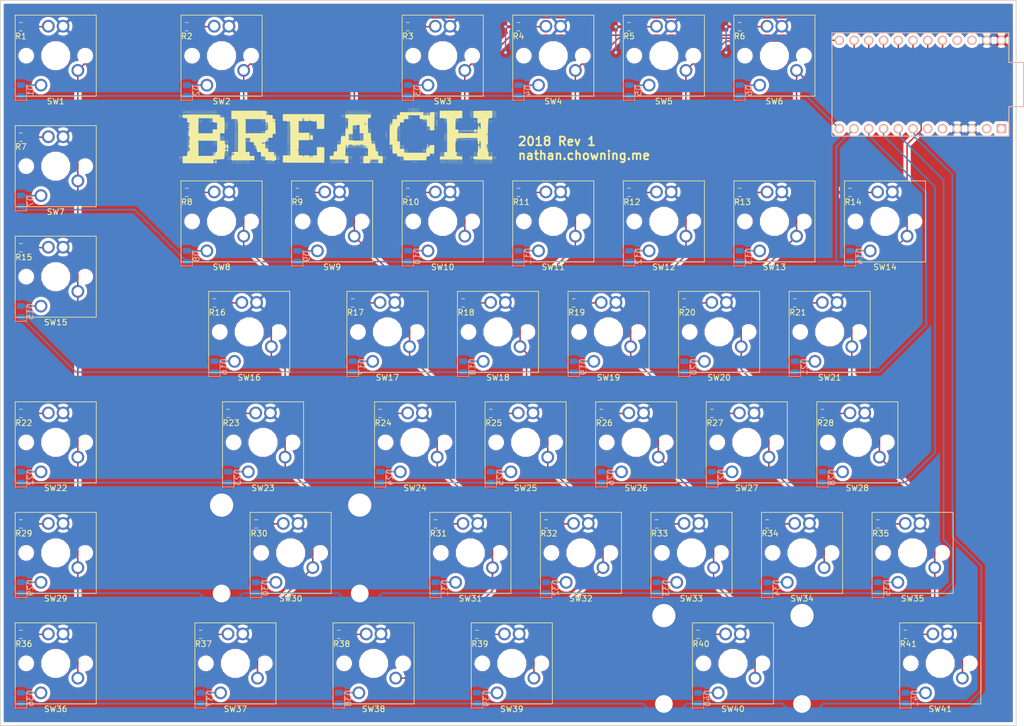
<source format=kicad_pcb>
(kicad_pcb (version 20171130) (host pcbnew 5.0.1)
  (layers (0 F.Cu signal) (31 B.Cu signal) (34 B.Paste user hide) (35 F.Paste user hide) (36 B.SilkS user) (37 F.SilkS user) (38 B.Mask user) (39 F.Mask user) (44 Edge.Cuts user))
  (net 0 "")
  (net 1 "Net-(D1-Pad2)")
  (net 2 "Net-(D2-Pad2)")
  (net 3 "Net-(D3-Pad2)")
  (net 4 "Net-(D4-Pad2)")
  (net 5 ROW1)
  (net 6 ROW2)
  (net 7 COL2)
  (net 8 COL1)
  (net 9 GND)
  (net 10 5V)
  (net 11 "Net-(D5-Pad2)")
  (net 12 "Net-(D6-Pad2)")
  (net 13 "Net-(D7-Pad2)")
  (net 14 "Net-(D8-Pad2)")
  (net 15 "Net-(D9-Pad2)")
  (net 16 "Net-(D10-Pad2)")
  (net 17 "Net-(D11-Pad2)")
  (net 18 "Net-(D12-Pad2)")
  (net 19 "Net-(D13-Pad2)")
  (net 20 "Net-(D14-Pad2)")
  (net 21 "Net-(D15-Pad2)")
  (net 22 ROW3)
  (net 23 "Net-(D16-Pad2)")
  (net 24 "Net-(D17-Pad2)")
  (net 25 "Net-(D18-Pad2)")
  (net 26 "Net-(D19-Pad2)")
  (net 27 "Net-(D20-Pad2)")
  (net 28 "Net-(D21-Pad2)")
  (net 29 "Net-(D22-Pad2)")
  (net 30 ROW4)
  (net 31 "Net-(D23-Pad2)")
  (net 32 "Net-(D24-Pad2)")
  (net 33 "Net-(D25-Pad2)")
  (net 34 "Net-(D26-Pad2)")
  (net 35 "Net-(D27-Pad2)")
  (net 36 "Net-(D28-Pad2)")
  (net 37 "Net-(D29-Pad2)")
  (net 38 ROW5)
  (net 39 "Net-(D30-Pad2)")
  (net 40 "Net-(D31-Pad2)")
  (net 41 "Net-(D32-Pad2)")
  (net 42 "Net-(D33-Pad2)")
  (net 43 "Net-(D34-Pad2)")
  (net 44 "Net-(D35-Pad2)")
  (net 45 "Net-(D36-Pad2)")
  (net 46 "Net-(D37-Pad2)")
  (net 47 ROW6)
  (net 48 "Net-(D38-Pad2)")
  (net 49 "Net-(D39-Pad2)")
  (net 50 "Net-(D40-Pad2)")
  (net 51 "Net-(D41-Pad2)")
  (net 52 COL4)
  (net 53 COL5)
  (net 54 COL6)
  (net 55 COL7)
  (net 56 COL3)
  (net 57 COL8)
  (net 58 "Net-(U1-Pad1)")
  (net 59 "Net-(U1-Pad2)")
  (net 60 "Net-(U1-Pad5)")
  (net 61 "Net-(U1-Pad6)")
  (net 62 "Net-(U1-Pad21)")
  (net 63 "Net-(U1-Pad22)")
  (net 64 "Net-(R1-Pad2)")
  (net 65 "Net-(R2-Pad2)")
  (net 66 "Net-(R3-Pad2)")
  (net 67 "Net-(R4-Pad2)")
  (net 68 "Net-(R5-Pad2)")
  (net 69 "Net-(R6-Pad2)")
  (net 70 "Net-(R7-Pad2)")
  (net 71 "Net-(R8-Pad2)")
  (net 72 "Net-(R9-Pad2)")
  (net 73 "Net-(R10-Pad2)")
  (net 74 "Net-(R11-Pad2)")
  (net 75 "Net-(R12-Pad2)")
  (net 76 "Net-(R13-Pad2)")
  (net 77 "Net-(R14-Pad2)")
  (net 78 "Net-(R15-Pad2)")
  (net 79 "Net-(R16-Pad2)")
  (net 80 "Net-(R17-Pad2)")
  (net 81 "Net-(R18-Pad2)")
  (net 82 "Net-(R19-Pad2)")
  (net 83 "Net-(R20-Pad2)")
  (net 84 "Net-(R21-Pad2)")
  (net 85 "Net-(R22-Pad2)")
  (net 86 "Net-(R23-Pad2)")
  (net 87 "Net-(R24-Pad2)")
  (net 88 "Net-(R25-Pad2)")
  (net 89 "Net-(R26-Pad2)")
  (net 90 "Net-(R27-Pad2)")
  (net 91 "Net-(R28-Pad2)")
  (net 92 "Net-(R29-Pad2)")
  (net 93 "Net-(R30-Pad2)")
  (net 94 "Net-(R31-Pad2)")
  (net 95 "Net-(R32-Pad2)")
  (net 96 "Net-(R33-Pad2)")
  (net 97 "Net-(R34-Pad2)")
  (net 98 "Net-(R35-Pad2)")
  (net 99 "Net-(R36-Pad2)")
  (net 100 "Net-(R37-Pad2)")
  (net 101 "Net-(R38-Pad2)")
  (net 102 "Net-(R39-Pad2)")
  (net 103 "Net-(R40-Pad2)")
  (net 104 "Net-(R41-Pad2)")
  (module Diode_SMD:D_0805_2012Metric (layer B.Cu) (at 38.525 50.525 90)
    (fp_text reference D1 (at 0 1.65 90) (layer B.SilkS) (effects (justify mirror)))
    (fp_text value 1N4148)
    (pad 2 smd roundrect (at 0.9375 0 90) (size 0.975 1.4) (layers B.Cu B.Paste B.Mask) (net 1 "Net-(D1-Pad2)"))
    (pad 1 smd roundrect (at -0.9375 0 90) (size 0.975 1.4) (layers B.Cu B.Paste B.Mask) (net 5 ROW1))
  )
  (module Diode_SMD:D_0805_2012Metric (layer B.Cu) (at 67.1 50.525 90)
    (fp_text reference D2 (at 0 1.65 90) (layer B.SilkS) (effects (justify mirror)))
    (fp_text value 1N4148)
    (pad 2 smd roundrect (at 0.9375 0 90) (size 0.975 1.4) (layers B.Cu B.Paste B.Mask) (net 2 "Net-(D2-Pad2)"))
    (pad 1 smd roundrect (at -0.9375 0 90) (size 0.975 1.4) (layers B.Cu B.Paste B.Mask) (net 5 ROW1))
  )
  (module Diode_SMD:D_0805_2012Metric (layer B.Cu) (at 105.2 50.525 90)
    (fp_text reference D3 (at 0 1.65 90) (layer B.SilkS) (effects (justify mirror)))
    (fp_text value 1N4148)
    (pad 1 smd roundrect (at -0.9375 0 90) (size 0.975 1.4) (layers B.Cu B.Paste B.Mask) (net 5 ROW1))
    (pad 2 smd roundrect (at 0.9375 0 90) (size 0.975 1.4) (layers B.Cu B.Paste B.Mask) (net 3 "Net-(D3-Pad2)"))
  )
  (module Diode_SMD:D_0805_2012Metric (layer B.Cu) (at 124.25 50.525 90)
    (fp_text reference D4 (at 0 1.65 90) (layer B.SilkS) (effects (justify mirror)))
    (fp_text value 1N4148)
    (pad 1 smd roundrect (at -0.9375 0 90) (size 0.975 1.4) (layers B.Cu B.Paste B.Mask) (net 5 ROW1))
    (pad 2 smd roundrect (at 0.9375 0 90) (size 0.975 1.4) (layers B.Cu B.Paste B.Mask) (net 4 "Net-(D4-Pad2)"))
  )
  (module Diode_SMD:D_0805_2012Metric (layer B.Cu) (at 143.3 50.525 90)
    (fp_text reference D5 (at 0 1.65 90) (layer B.SilkS) (effects (justify mirror)))
    (fp_text value 1N4148)
    (pad 2 smd roundrect (at 0.9375 0 90) (size 0.975 1.4) (layers B.Cu B.Paste B.Mask) (net 11 "Net-(D5-Pad2)"))
    (pad 1 smd roundrect (at -0.9375 0 90) (size 0.975 1.4) (layers B.Cu B.Paste B.Mask) (net 5 ROW1))
  )
  (module Diode_SMD:D_0805_2012Metric (layer B.Cu) (at 162.35 50.525 90)
    (fp_text reference D6 (at 0 1.65 90) (layer B.SilkS) (effects (justify mirror)))
    (fp_text value 1N4148)
    (pad 2 smd roundrect (at 0.9375 0 90) (size 0.975 1.4) (layers B.Cu B.Paste B.Mask) (net 12 "Net-(D6-Pad2)"))
    (pad 1 smd roundrect (at -0.9375 0 90) (size 0.975 1.4) (layers B.Cu B.Paste B.Mask) (net 5 ROW1))
  )
  (module Diode_SMD:D_0805_2012Metric (layer B.Cu) (at 38.525 69.575 90)
    (fp_text reference D7 (at 0 1.65 90) (layer B.SilkS) (effects (justify mirror)))
    (fp_text value 1N4148)
    (pad 1 smd roundrect (at -0.9375 0 90) (size 0.975 1.4) (layers B.Cu B.Paste B.Mask) (net 6 ROW2))
    (pad 2 smd roundrect (at 0.9375 0 90) (size 0.975 1.4) (layers B.Cu B.Paste B.Mask) (net 13 "Net-(D7-Pad2)"))
  )
  (module Diode_SMD:D_0805_2012Metric (layer B.Cu) (at 67.1 79.1 90)
    (fp_text reference D8 (at 0 1.65 90) (layer B.SilkS) (effects (justify mirror)))
    (fp_text value 1N4148)
    (pad 1 smd roundrect (at -0.9375 0 90) (size 0.975 1.4) (layers B.Cu B.Paste B.Mask) (net 6 ROW2))
    (pad 2 smd roundrect (at 0.9375 0 90) (size 0.975 1.4) (layers B.Cu B.Paste B.Mask) (net 14 "Net-(D8-Pad2)"))
  )
  (module Diode_SMD:D_0805_2012Metric (layer B.Cu) (at 86.15 79.1 90)
    (fp_text reference D9 (at 0 1.65 90) (layer B.SilkS) (effects (justify mirror)))
    (fp_text value 1N4148)
    (pad 2 smd roundrect (at 0.9375 0 90) (size 0.975 1.4) (layers B.Cu B.Paste B.Mask) (net 15 "Net-(D9-Pad2)"))
    (pad 1 smd roundrect (at -0.9375 0 90) (size 0.975 1.4) (layers B.Cu B.Paste B.Mask) (net 6 ROW2))
  )
  (module Diode_SMD:D_0805_2012Metric (layer B.Cu) (at 105.2 79.1 90)
    (fp_text reference D10 (at 0 1.65 90) (layer B.SilkS) (effects (justify mirror)))
    (fp_text value 1N4148)
    (pad 2 smd roundrect (at 0.9375 0 90) (size 0.975 1.4) (layers B.Cu B.Paste B.Mask) (net 16 "Net-(D10-Pad2)"))
    (pad 1 smd roundrect (at -0.9375 0 90) (size 0.975 1.4) (layers B.Cu B.Paste B.Mask) (net 6 ROW2))
  )
  (module Diode_SMD:D_0805_2012Metric (layer B.Cu) (at 124.25 79.1 90)
    (fp_text reference D11 (at 0 1.65 90) (layer B.SilkS) (effects (justify mirror)))
    (fp_text value 1N4148)
    (pad 1 smd roundrect (at -0.9375 0 90) (size 0.975 1.4) (layers B.Cu B.Paste B.Mask) (net 6 ROW2))
    (pad 2 smd roundrect (at 0.9375 0 90) (size 0.975 1.4) (layers B.Cu B.Paste B.Mask) (net 17 "Net-(D11-Pad2)"))
  )
  (module Diode_SMD:D_0805_2012Metric (layer B.Cu) (at 143.3 79.1 90)
    (fp_text reference D12 (at 0 1.65 90) (layer B.SilkS) (effects (justify mirror)))
    (fp_text value 1N4148)
    (pad 1 smd roundrect (at -0.9375 0 90) (size 0.975 1.4) (layers B.Cu B.Paste B.Mask) (net 6 ROW2))
    (pad 2 smd roundrect (at 0.9375 0 90) (size 0.975 1.4) (layers B.Cu B.Paste B.Mask) (net 18 "Net-(D12-Pad2)"))
  )
  (module Diode_SMD:D_0805_2012Metric (layer B.Cu) (at 162.35 79.1 90)
    (fp_text reference D13 (at 0 1.65 90) (layer B.SilkS) (effects (justify mirror)))
    (fp_text value 1N4148)
    (pad 2 smd roundrect (at 0.9375 0 90) (size 0.975 1.4) (layers B.Cu B.Paste B.Mask) (net 19 "Net-(D13-Pad2)"))
    (pad 1 smd roundrect (at -0.9375 0 90) (size 0.975 1.4) (layers B.Cu B.Paste B.Mask) (net 6 ROW2))
  )
  (module Diode_SMD:D_0805_2012Metric (layer B.Cu) (at 181.4 79.1 90)
    (fp_text reference D14 (at 0 1.65 90) (layer B.SilkS) (effects (justify mirror)))
    (fp_text value 1N4148)
    (pad 1 smd roundrect (at -0.9375 0 90) (size 0.975 1.4) (layers B.Cu B.Paste B.Mask) (net 6 ROW2))
    (pad 2 smd roundrect (at 0.9375 0 90) (size 0.975 1.4) (layers B.Cu B.Paste B.Mask) (net 20 "Net-(D14-Pad2)"))
  )
  (module Diode_SMD:D_0805_2012Metric (layer B.Cu) (at 38.525 88.625 90)
    (fp_text reference D15 (at 0 1.65 90) (layer B.SilkS) (effects (justify mirror)))
    (fp_text value 1N4148)
    (pad 2 smd roundrect (at 0.9375 0 90) (size 0.975 1.4) (layers B.Cu B.Paste B.Mask) (net 21 "Net-(D15-Pad2)"))
    (pad 1 smd roundrect (at -0.9375 0 90) (size 0.975 1.4) (layers B.Cu B.Paste B.Mask) (net 22 ROW3))
  )
  (module Diode_SMD:D_0805_2012Metric (layer B.Cu) (at 71.8625 98.15 90)
    (fp_text reference D16 (at 0 1.65 90) (layer B.SilkS) (effects (justify mirror)))
    (fp_text value 1N4148)
    (pad 2 smd roundrect (at 0.9375 0 90) (size 0.975 1.4) (layers B.Cu B.Paste B.Mask) (net 23 "Net-(D16-Pad2)"))
    (pad 1 smd roundrect (at -0.9375 0 90) (size 0.975 1.4) (layers B.Cu B.Paste B.Mask) (net 22 ROW3))
  )
  (module Diode_SMD:D_0805_2012Metric (layer B.Cu) (at 95.675 98.15 90)
    (fp_text reference D17 (at 0 1.65 90) (layer B.SilkS) (effects (justify mirror)))
    (fp_text value 1N4148)
    (pad 1 smd roundrect (at -0.9375 0 90) (size 0.975 1.4) (layers B.Cu B.Paste B.Mask) (net 22 ROW3))
    (pad 2 smd roundrect (at 0.9375 0 90) (size 0.975 1.4) (layers B.Cu B.Paste B.Mask) (net 24 "Net-(D17-Pad2)"))
  )
  (module Diode_SMD:D_0805_2012Metric (layer B.Cu) (at 114.725 98.15 90)
    (fp_text reference D18 (at 0 1.65 90) (layer B.SilkS) (effects (justify mirror)))
    (fp_text value 1N4148)
    (pad 2 smd roundrect (at 0.9375 0 90) (size 0.975 1.4) (layers B.Cu B.Paste B.Mask) (net 25 "Net-(D18-Pad2)"))
    (pad 1 smd roundrect (at -0.9375 0 90) (size 0.975 1.4) (layers B.Cu B.Paste B.Mask) (net 22 ROW3))
  )
  (module Diode_SMD:D_0805_2012Metric (layer B.Cu) (at 133.775 98.15 90)
    (fp_text reference D19 (at 0 1.65 90) (layer B.SilkS) (effects (justify mirror)))
    (fp_text value 1N4148)
    (pad 1 smd roundrect (at -0.9375 0 90) (size 0.975 1.4) (layers B.Cu B.Paste B.Mask) (net 22 ROW3))
    (pad 2 smd roundrect (at 0.9375 0 90) (size 0.975 1.4) (layers B.Cu B.Paste B.Mask) (net 26 "Net-(D19-Pad2)"))
  )
  (module Diode_SMD:D_0805_2012Metric (layer B.Cu) (at 152.825 98.15 90)
    (fp_text reference D20 (at 0 1.65 90) (layer B.SilkS) (effects (justify mirror)))
    (fp_text value 1N4148)
    (pad 1 smd roundrect (at -0.9375 0 90) (size 0.975 1.4) (layers B.Cu B.Paste B.Mask) (net 22 ROW3))
    (pad 2 smd roundrect (at 0.9375 0 90) (size 0.975 1.4) (layers B.Cu B.Paste B.Mask) (net 27 "Net-(D20-Pad2)"))
  )
  (module Diode_SMD:D_0805_2012Metric (layer B.Cu) (at 171.875 98.15 90)
    (fp_text reference D21 (at 0 1.65 90) (layer B.SilkS) (effects (justify mirror)))
    (fp_text value 1N4148)
    (pad 2 smd roundrect (at 0.9375 0 90) (size 0.975 1.4) (layers B.Cu B.Paste B.Mask) (net 28 "Net-(D21-Pad2)"))
    (pad 1 smd roundrect (at -0.9375 0 90) (size 0.975 1.4) (layers B.Cu B.Paste B.Mask) (net 22 ROW3))
  )
  (module Diode_SMD:D_0805_2012Metric (layer B.Cu) (at 38.525 117.2 90)
    (fp_text reference D22 (at 0 1.65 90) (layer B.SilkS) (effects (justify mirror)))
    (fp_text value 1N4148)
    (pad 1 smd roundrect (at -0.9375 0 90) (size 0.975 1.4) (layers B.Cu B.Paste B.Mask) (net 30 ROW4))
    (pad 2 smd roundrect (at 0.9375 0 90) (size 0.975 1.4) (layers B.Cu B.Paste B.Mask) (net 29 "Net-(D22-Pad2)"))
  )
  (module Diode_SMD:D_0805_2012Metric (layer B.Cu) (at 74.24375 117.2 90)
    (fp_text reference D23 (at 0 1.65 90) (layer B.SilkS) (effects (justify mirror)))
    (fp_text value 1N4148)
    (pad 1 smd roundrect (at -0.9375 0 90) (size 0.975 1.4) (layers B.Cu B.Paste B.Mask) (net 30 ROW4))
    (pad 2 smd roundrect (at 0.9375 0 90) (size 0.975 1.4) (layers B.Cu B.Paste B.Mask) (net 31 "Net-(D23-Pad2)"))
  )
  (module Diode_SMD:D_0805_2012Metric (layer B.Cu) (at 100.4375 117.2 90)
    (fp_text reference D24 (at 0 1.65 90) (layer B.SilkS) (effects (justify mirror)))
    (fp_text value 1N4148)
    (pad 2 smd roundrect (at 0.9375 0 90) (size 0.975 1.4) (layers B.Cu B.Paste B.Mask) (net 32 "Net-(D24-Pad2)"))
    (pad 1 smd roundrect (at -0.9375 0 90) (size 0.975 1.4) (layers B.Cu B.Paste B.Mask) (net 30 ROW4))
  )
  (module Diode_SMD:D_0805_2012Metric (layer B.Cu) (at 119.4875 117.2 90)
    (fp_text reference D25 (at 0 1.65 90) (layer B.SilkS) (effects (justify mirror)))
    (fp_text value 1N4148)
    (pad 1 smd roundrect (at -0.9375 0 90) (size 0.975 1.4) (layers B.Cu B.Paste B.Mask) (net 30 ROW4))
    (pad 2 smd roundrect (at 0.9375 0 90) (size 0.975 1.4) (layers B.Cu B.Paste B.Mask) (net 33 "Net-(D25-Pad2)"))
  )
  (module Diode_SMD:D_0805_2012Metric (layer B.Cu) (at 138.5375 117.2 90)
    (fp_text reference D26 (at 0 1.65 90) (layer B.SilkS) (effects (justify mirror)))
    (fp_text value 1N4148)
    (pad 1 smd roundrect (at -0.9375 0 90) (size 0.975 1.4) (layers B.Cu B.Paste B.Mask) (net 30 ROW4))
    (pad 2 smd roundrect (at 0.9375 0 90) (size 0.975 1.4) (layers B.Cu B.Paste B.Mask) (net 34 "Net-(D26-Pad2)"))
  )
  (module Diode_SMD:D_0805_2012Metric (layer B.Cu) (at 157.5875 117.2 90)
    (fp_text reference D27 (at 0 1.65 90) (layer B.SilkS) (effects (justify mirror)))
    (fp_text value 1N4148)
    (pad 2 smd roundrect (at 0.9375 0 90) (size 0.975 1.4) (layers B.Cu B.Paste B.Mask) (net 35 "Net-(D27-Pad2)"))
    (pad 1 smd roundrect (at -0.9375 0 90) (size 0.975 1.4) (layers B.Cu B.Paste B.Mask) (net 30 ROW4))
  )
  (module Diode_SMD:D_0805_2012Metric (layer B.Cu) (at 176.6375 117.2 90)
    (fp_text reference D28 (at 0 1.65 90) (layer B.SilkS) (effects (justify mirror)))
    (fp_text value 1N4148)
    (pad 2 smd roundrect (at 0.9375 0 90) (size 0.975 1.4) (layers B.Cu B.Paste B.Mask) (net 36 "Net-(D28-Pad2)"))
    (pad 1 smd roundrect (at -0.9375 0 90) (size 0.975 1.4) (layers B.Cu B.Paste B.Mask) (net 30 ROW4))
  )
  (module Diode_SMD:D_0805_2012Metric (layer B.Cu) (at 38.525 136.25 90)
    (fp_text reference D29 (at 0 1.65 90) (layer B.SilkS) (effects (justify mirror)))
    (fp_text value 1N4148)
    (pad 2 smd roundrect (at 0.9375 0 90) (size 0.975 1.4) (layers B.Cu B.Paste B.Mask) (net 37 "Net-(D29-Pad2)"))
    (pad 1 smd roundrect (at -0.9375 0 90) (size 0.975 1.4) (layers B.Cu B.Paste B.Mask) (net 38 ROW5))
  )
  (module Diode_SMD:D_0805_2012Metric (layer B.Cu) (at 79.00625 136.25 90)
    (fp_text reference D30 (at 0 1.65 90) (layer B.SilkS) (effects (justify mirror)))
    (fp_text value 1N4148)
    (pad 2 smd roundrect (at 0.9375 0 90) (size 0.975 1.4) (layers B.Cu B.Paste B.Mask) (net 39 "Net-(D30-Pad2)"))
    (pad 1 smd roundrect (at -0.9375 0 90) (size 0.975 1.4) (layers B.Cu B.Paste B.Mask) (net 38 ROW5))
  )
  (module Diode_SMD:D_0805_2012Metric (layer B.Cu) (at 109.9625 136.25 90)
    (fp_text reference D31 (at 0 1.65 90) (layer B.SilkS) (effects (justify mirror)))
    (fp_text value 1N4148)
    (pad 1 smd roundrect (at -0.9375 0 90) (size 0.975 1.4) (layers B.Cu B.Paste B.Mask) (net 38 ROW5))
    (pad 2 smd roundrect (at 0.9375 0 90) (size 0.975 1.4) (layers B.Cu B.Paste B.Mask) (net 40 "Net-(D31-Pad2)"))
  )
  (module Diode_SMD:D_0805_2012Metric (layer B.Cu) (at 129.0125 136.25 90)
    (fp_text reference D32 (at 0 1.65 90) (layer B.SilkS) (effects (justify mirror)))
    (fp_text value 1N4148)
    (pad 2 smd roundrect (at 0.9375 0 90) (size 0.975 1.4) (layers B.Cu B.Paste B.Mask) (net 41 "Net-(D32-Pad2)"))
    (pad 1 smd roundrect (at -0.9375 0 90) (size 0.975 1.4) (layers B.Cu B.Paste B.Mask) (net 38 ROW5))
  )
  (module Diode_SMD:D_0805_2012Metric (layer B.Cu) (at 148.0625 136.25 90)
    (fp_text reference D33 (at 0 1.65 90) (layer B.SilkS) (effects (justify mirror)))
    (fp_text value 1N4148)
    (pad 2 smd roundrect (at 0.9375 0 90) (size 0.975 1.4) (layers B.Cu B.Paste B.Mask) (net 42 "Net-(D33-Pad2)"))
    (pad 1 smd roundrect (at -0.9375 0 90) (size 0.975 1.4) (layers B.Cu B.Paste B.Mask) (net 38 ROW5))
  )
  (module Diode_SMD:D_0805_2012Metric (layer B.Cu) (at 167.1125 136.25 90)
    (fp_text reference D34 (at 0 1.65 90) (layer B.SilkS) (effects (justify mirror)))
    (fp_text value 1N4148)
    (pad 2 smd roundrect (at 0.9375 0 90) (size 0.975 1.4) (layers B.Cu B.Paste B.Mask) (net 43 "Net-(D34-Pad2)"))
    (pad 1 smd roundrect (at -0.9375 0 90) (size 0.975 1.4) (layers B.Cu B.Paste B.Mask) (net 38 ROW5))
  )
  (module Diode_SMD:D_0805_2012Metric (layer B.Cu) (at 186.1625 136.25 90)
    (fp_text reference D35 (at 0 1.65 90) (layer B.SilkS) (effects (justify mirror)))
    (fp_text value 1N4148)
    (pad 1 smd roundrect (at -0.9375 0 90) (size 0.975 1.4) (layers B.Cu B.Paste B.Mask) (net 38 ROW5))
    (pad 2 smd roundrect (at 0.9375 0 90) (size 0.975 1.4) (layers B.Cu B.Paste B.Mask) (net 44 "Net-(D35-Pad2)"))
  )
  (module Diode_SMD:D_0805_2012Metric (layer B.Cu) (at 38.525 155.3 90)
    (fp_text reference D36 (at 0 1.65 90) (layer B.SilkS) (effects (justify mirror)))
    (fp_text value 1N4148)
    (pad 1 smd roundrect (at -0.9375 0 90) (size 0.975 1.4) (layers B.Cu B.Paste B.Mask) (net 47 ROW6))
    (pad 2 smd roundrect (at 0.9375 0 90) (size 0.975 1.4) (layers B.Cu B.Paste B.Mask) (net 45 "Net-(D36-Pad2)"))
  )
  (module Diode_SMD:D_0805_2012Metric (layer B.Cu) (at 69.48125 155.3 90)
    (fp_text reference D37 (at 0 1.65 90) (layer B.SilkS) (effects (justify mirror)))
    (fp_text value 1N4148)
    (pad 1 smd roundrect (at -0.9375 0 90) (size 0.975 1.4) (layers B.Cu B.Paste B.Mask) (net 47 ROW6))
    (pad 2 smd roundrect (at 0.9375 0 90) (size 0.975 1.4) (layers B.Cu B.Paste B.Mask) (net 46 "Net-(D37-Pad2)"))
  )
  (module Diode_SMD:D_0805_2012Metric (layer B.Cu) (at 93.29375 155.3 90)
    (fp_text reference D38 (at 0 1.65 90) (layer B.SilkS) (effects (justify mirror)))
    (fp_text value 1N4148)
    (pad 2 smd roundrect (at 0.9375 0 90) (size 0.975 1.4) (layers B.Cu B.Paste B.Mask) (net 48 "Net-(D38-Pad2)"))
    (pad 1 smd roundrect (at -0.9375 0 90) (size 0.975 1.4) (layers B.Cu B.Paste B.Mask) (net 47 ROW6))
  )
  (module Diode_SMD:D_0805_2012Metric (layer B.Cu) (at 117.10625 155.3 90)
    (fp_text reference D39 (at 0 1.65 90) (layer B.SilkS) (effects (justify mirror)))
    (fp_text value 1N4148)
    (pad 1 smd roundrect (at -0.9375 0 90) (size 0.975 1.4) (layers B.Cu B.Paste B.Mask) (net 47 ROW6))
    (pad 2 smd roundrect (at 0.9375 0 90) (size 0.975 1.4) (layers B.Cu B.Paste B.Mask) (net 49 "Net-(D39-Pad2)"))
  )
  (module Diode_SMD:D_0805_2012Metric (layer B.Cu) (at 155.20625 155.3 90)
    (fp_text reference D40 (at 0 1.65 90) (layer B.SilkS) (effects (justify mirror)))
    (fp_text value 1N4148)
    (pad 1 smd roundrect (at -0.9375 0 90) (size 0.975 1.4) (layers B.Cu B.Paste B.Mask) (net 47 ROW6))
    (pad 2 smd roundrect (at 0.9375 0 90) (size 0.975 1.4) (layers B.Cu B.Paste B.Mask) (net 50 "Net-(D40-Pad2)"))
  )
  (module Diode_SMD:D_0805_2012Metric (layer B.Cu) (at 190.925 155.3 90)
    (fp_text reference D41 (at 0 1.65 90) (layer B.SilkS) (effects (justify mirror)))
    (fp_text value 1N4148)
    (pad 1 smd roundrect (at -0.9375 0 90) (size 0.975 1.4) (layers B.Cu B.Paste B.Mask) (net 47 ROW6))
    (pad 2 smd roundrect (at 0.9375 0 90) (size 0.975 1.4) (layers B.Cu B.Paste B.Mask) (net 51 "Net-(D41-Pad2)"))
  )
  (module breach_keyboard:SW_Cherry_MX1A_1.00u_PCB (layer F.Cu) (at 44.525 44.525 180)
    (fp_text reference SW1 (at 0 -7.874 180) (layer F.SilkS))
    (fp_text value SW_Push_LED)
    (pad "" np_thru_hole circle (at 5.08 0 180) (size 1.7 1.7) (drill 1.7) (layers *.Cu *.Mask))
    (pad "" np_thru_hole circle (at -5.08 0 180) (size 1.7 1.7) (drill 1.7) (layers *.Cu *.Mask))
    (pad "" np_thru_hole circle (at 0 0 180) (size 4 4) (drill 4) (layers *.Cu *.Mask))
    (pad 4 thru_hole circle (at 1.27 5.08 180) (size 2.2 2.2) (drill 1.5) (layers *.Cu *.Mask) (net 64 "Net-(R1-Pad2)"))
    (pad 3 thru_hole circle (at -1.27 5.08 180) (size 2.2 2.2) (drill 1.5) (layers *.Cu *.Mask) (net 9 GND))
    (pad 2 thru_hole circle (at -3.81 -2.54 180) (size 2.2 2.2) (drill 1.5) (layers *.Cu *.Mask) (net 8 COL1))
    (pad 1 thru_hole circle (at 2.54 -5.08 180) (size 2.2 2.2) (drill 1.5) (layers *.Cu *.Mask) (net 1 "Net-(D1-Pad2)"))
  )
  (module breach_keyboard:SW_Cherry_MX1A_1.00u_PCB (layer F.Cu) (at 73.1 44.525 180)
    (fp_text reference SW2 (at 0 -7.874 180) (layer F.SilkS))
    (fp_text value SW_Push_LED)
    (pad "" np_thru_hole circle (at 5.08 0 180) (size 1.7 1.7) (drill 1.7) (layers *.Cu *.Mask))
    (pad "" np_thru_hole circle (at -5.08 0 180) (size 1.7 1.7) (drill 1.7) (layers *.Cu *.Mask))
    (pad "" np_thru_hole circle (at 0 0 180) (size 4 4) (drill 4) (layers *.Cu *.Mask))
    (pad 4 thru_hole circle (at 1.27 5.08 180) (size 2.2 2.2) (drill 1.5) (layers *.Cu *.Mask) (net 65 "Net-(R2-Pad2)"))
    (pad 3 thru_hole circle (at -1.27 5.08 180) (size 2.2 2.2) (drill 1.5) (layers *.Cu *.Mask) (net 9 GND))
    (pad 2 thru_hole circle (at -3.81 -2.54 180) (size 2.2 2.2) (drill 1.5) (layers *.Cu *.Mask) (net 7 COL2))
    (pad 1 thru_hole circle (at 2.54 -5.08 180) (size 2.2 2.2) (drill 1.5) (layers *.Cu *.Mask) (net 2 "Net-(D2-Pad2)"))
  )
  (module breach_keyboard:SW_Cherry_MX1A_1.00u_PCB (layer F.Cu) (at 111.2 44.525 180)
    (fp_text reference SW3 (at 0 -7.874 180) (layer F.SilkS))
    (fp_text value SW_Push_LED)
    (pad "" np_thru_hole circle (at 5.08 0 180) (size 1.7 1.7) (drill 1.7) (layers *.Cu *.Mask))
    (pad "" np_thru_hole circle (at -5.08 0 180) (size 1.7 1.7) (drill 1.7) (layers *.Cu *.Mask))
    (pad "" np_thru_hole circle (at 0 0 180) (size 4 4) (drill 4) (layers *.Cu *.Mask))
    (pad 4 thru_hole circle (at 1.27 5.08 180) (size 2.2 2.2) (drill 1.5) (layers *.Cu *.Mask) (net 66 "Net-(R3-Pad2)"))
    (pad 3 thru_hole circle (at -1.27 5.08 180) (size 2.2 2.2) (drill 1.5) (layers *.Cu *.Mask) (net 9 GND))
    (pad 2 thru_hole circle (at -3.81 -2.54 180) (size 2.2 2.2) (drill 1.5) (layers *.Cu *.Mask) (net 52 COL4))
    (pad 1 thru_hole circle (at 2.54 -5.08 180) (size 2.2 2.2) (drill 1.5) (layers *.Cu *.Mask) (net 3 "Net-(D3-Pad2)"))
  )
  (module breach_keyboard:SW_Cherry_MX1A_1.00u_PCB (layer F.Cu) (at 130.25 44.525 180)
    (fp_text reference SW4 (at 0 -7.874 180) (layer F.SilkS))
    (fp_text value SW_Push_LED)
    (pad 1 thru_hole circle (at 2.54 -5.08 180) (size 2.2 2.2) (drill 1.5) (layers *.Cu *.Mask) (net 4 "Net-(D4-Pad2)"))
    (pad 2 thru_hole circle (at -3.81 -2.54 180) (size 2.2 2.2) (drill 1.5) (layers *.Cu *.Mask) (net 53 COL5))
    (pad 3 thru_hole circle (at -1.27 5.08 180) (size 2.2 2.2) (drill 1.5) (layers *.Cu *.Mask) (net 9 GND))
    (pad 4 thru_hole circle (at 1.27 5.08 180) (size 2.2 2.2) (drill 1.5) (layers *.Cu *.Mask) (net 67 "Net-(R4-Pad2)"))
    (pad "" np_thru_hole circle (at 0 0 180) (size 4 4) (drill 4) (layers *.Cu *.Mask))
    (pad "" np_thru_hole circle (at -5.08 0 180) (size 1.7 1.7) (drill 1.7) (layers *.Cu *.Mask))
    (pad "" np_thru_hole circle (at 5.08 0 180) (size 1.7 1.7) (drill 1.7) (layers *.Cu *.Mask))
  )
  (module breach_keyboard:SW_Cherry_MX1A_1.00u_PCB (layer F.Cu) (at 149.3 44.525 180)
    (fp_text reference SW5 (at 0 -7.874 180) (layer F.SilkS))
    (fp_text value SW_Push_LED)
    (pad 1 thru_hole circle (at 2.54 -5.08 180) (size 2.2 2.2) (drill 1.5) (layers *.Cu *.Mask) (net 11 "Net-(D5-Pad2)"))
    (pad 2 thru_hole circle (at -3.81 -2.54 180) (size 2.2 2.2) (drill 1.5) (layers *.Cu *.Mask) (net 54 COL6))
    (pad 3 thru_hole circle (at -1.27 5.08 180) (size 2.2 2.2) (drill 1.5) (layers *.Cu *.Mask) (net 9 GND))
    (pad 4 thru_hole circle (at 1.27 5.08 180) (size 2.2 2.2) (drill 1.5) (layers *.Cu *.Mask) (net 68 "Net-(R5-Pad2)"))
    (pad "" np_thru_hole circle (at 0 0 180) (size 4 4) (drill 4) (layers *.Cu *.Mask))
    (pad "" np_thru_hole circle (at -5.08 0 180) (size 1.7 1.7) (drill 1.7) (layers *.Cu *.Mask))
    (pad "" np_thru_hole circle (at 5.08 0 180) (size 1.7 1.7) (drill 1.7) (layers *.Cu *.Mask))
  )
  (module breach_keyboard:SW_Cherry_MX1A_1.00u_PCB (layer F.Cu) (at 168.35 44.525 180)
    (fp_text reference SW6 (at 0 -7.874 180) (layer F.SilkS))
    (fp_text value SW_Push_LED)
    (pad "" np_thru_hole circle (at 5.08 0 180) (size 1.7 1.7) (drill 1.7) (layers *.Cu *.Mask))
    (pad "" np_thru_hole circle (at -5.08 0 180) (size 1.7 1.7) (drill 1.7) (layers *.Cu *.Mask))
    (pad "" np_thru_hole circle (at 0 0 180) (size 4 4) (drill 4) (layers *.Cu *.Mask))
    (pad 4 thru_hole circle (at 1.27 5.08 180) (size 2.2 2.2) (drill 1.5) (layers *.Cu *.Mask) (net 69 "Net-(R6-Pad2)"))
    (pad 3 thru_hole circle (at -1.27 5.08 180) (size 2.2 2.2) (drill 1.5) (layers *.Cu *.Mask) (net 9 GND))
    (pad 2 thru_hole circle (at -3.81 -2.54 180) (size 2.2 2.2) (drill 1.5) (layers *.Cu *.Mask) (net 55 COL7))
    (pad 1 thru_hole circle (at 2.54 -5.08 180) (size 2.2 2.2) (drill 1.5) (layers *.Cu *.Mask) (net 12 "Net-(D6-Pad2)"))
  )
  (module breach_keyboard:SW_Cherry_MX1A_1.00u_PCB (layer F.Cu) (at 44.525 63.575 180)
    (fp_text reference SW7 (at 0 -7.874 180) (layer F.SilkS))
    (fp_text value SW_Push_LED)
    (pad "" np_thru_hole circle (at 5.08 0 180) (size 1.7 1.7) (drill 1.7) (layers *.Cu *.Mask))
    (pad "" np_thru_hole circle (at -5.08 0 180) (size 1.7 1.7) (drill 1.7) (layers *.Cu *.Mask))
    (pad "" np_thru_hole circle (at 0 0 180) (size 4 4) (drill 4) (layers *.Cu *.Mask))
    (pad 4 thru_hole circle (at 1.27 5.08 180) (size 2.2 2.2) (drill 1.5) (layers *.Cu *.Mask) (net 70 "Net-(R7-Pad2)"))
    (pad 3 thru_hole circle (at -1.27 5.08 180) (size 2.2 2.2) (drill 1.5) (layers *.Cu *.Mask) (net 9 GND))
    (pad 2 thru_hole circle (at -3.81 -2.54 180) (size 2.2 2.2) (drill 1.5) (layers *.Cu *.Mask) (net 8 COL1))
    (pad 1 thru_hole circle (at 2.54 -5.08 180) (size 2.2 2.2) (drill 1.5) (layers *.Cu *.Mask) (net 13 "Net-(D7-Pad2)"))
  )
  (module breach_keyboard:SW_Cherry_MX1A_1.00u_PCB (layer F.Cu) (at 73.1 73.1 180)
    (fp_text reference SW8 (at 0 -7.874 180) (layer F.SilkS))
    (fp_text value SW_Push_LED)
    (pad "" np_thru_hole circle (at 5.08 0 180) (size 1.7 1.7) (drill 1.7) (layers *.Cu *.Mask))
    (pad "" np_thru_hole circle (at -5.08 0 180) (size 1.7 1.7) (drill 1.7) (layers *.Cu *.Mask))
    (pad "" np_thru_hole circle (at 0 0 180) (size 4 4) (drill 4) (layers *.Cu *.Mask))
    (pad 4 thru_hole circle (at 1.27 5.08 180) (size 2.2 2.2) (drill 1.5) (layers *.Cu *.Mask) (net 71 "Net-(R8-Pad2)"))
    (pad 3 thru_hole circle (at -1.27 5.08 180) (size 2.2 2.2) (drill 1.5) (layers *.Cu *.Mask) (net 9 GND))
    (pad 2 thru_hole circle (at -3.81 -2.54 180) (size 2.2 2.2) (drill 1.5) (layers *.Cu *.Mask) (net 7 COL2))
    (pad 1 thru_hole circle (at 2.54 -5.08 180) (size 2.2 2.2) (drill 1.5) (layers *.Cu *.Mask) (net 14 "Net-(D8-Pad2)"))
  )
  (module breach_keyboard:SW_Cherry_MX1A_1.00u_PCB (layer F.Cu) (at 92.15 73.1 180)
    (fp_text reference SW9 (at 0 -7.874 180) (layer F.SilkS))
    (fp_text value SW_Push_LED)
    (pad "" np_thru_hole circle (at 5.08 0 180) (size 1.7 1.7) (drill 1.7) (layers *.Cu *.Mask))
    (pad "" np_thru_hole circle (at -5.08 0 180) (size 1.7 1.7) (drill 1.7) (layers *.Cu *.Mask))
    (pad "" np_thru_hole circle (at 0 0 180) (size 4 4) (drill 4) (layers *.Cu *.Mask))
    (pad 4 thru_hole circle (at 1.27 5.08 180) (size 2.2 2.2) (drill 1.5) (layers *.Cu *.Mask) (net 72 "Net-(R9-Pad2)"))
    (pad 3 thru_hole circle (at -1.27 5.08 180) (size 2.2 2.2) (drill 1.5) (layers *.Cu *.Mask) (net 9 GND))
    (pad 2 thru_hole circle (at -3.81 -2.54 180) (size 2.2 2.2) (drill 1.5) (layers *.Cu *.Mask) (net 56 COL3))
    (pad 1 thru_hole circle (at 2.54 -5.08 180) (size 2.2 2.2) (drill 1.5) (layers *.Cu *.Mask) (net 15 "Net-(D9-Pad2)"))
  )
  (module breach_keyboard:SW_Cherry_MX1A_1.00u_PCB (layer F.Cu) (at 111.2 73.1 180)
    (fp_text reference SW10 (at 0 -7.874 180) (layer F.SilkS))
    (fp_text value SW_Push_LED)
    (pad "" np_thru_hole circle (at 5.08 0 180) (size 1.7 1.7) (drill 1.7) (layers *.Cu *.Mask))
    (pad "" np_thru_hole circle (at -5.08 0 180) (size 1.7 1.7) (drill 1.7) (layers *.Cu *.Mask))
    (pad "" np_thru_hole circle (at 0 0 180) (size 4 4) (drill 4) (layers *.Cu *.Mask))
    (pad 4 thru_hole circle (at 1.27 5.08 180) (size 2.2 2.2) (drill 1.5) (layers *.Cu *.Mask) (net 73 "Net-(R10-Pad2)"))
    (pad 3 thru_hole circle (at -1.27 5.08 180) (size 2.2 2.2) (drill 1.5) (layers *.Cu *.Mask) (net 9 GND))
    (pad 2 thru_hole circle (at -3.81 -2.54 180) (size 2.2 2.2) (drill 1.5) (layers *.Cu *.Mask) (net 52 COL4))
    (pad 1 thru_hole circle (at 2.54 -5.08 180) (size 2.2 2.2) (drill 1.5) (layers *.Cu *.Mask) (net 16 "Net-(D10-Pad2)"))
  )
  (module breach_keyboard:SW_Cherry_MX1A_1.00u_PCB (layer F.Cu) (at 130.25 73.1 180)
    (fp_text reference SW11 (at 0 -7.874 180) (layer F.SilkS))
    (fp_text value SW_Push_LED)
    (pad 1 thru_hole circle (at 2.54 -5.08 180) (size 2.2 2.2) (drill 1.5) (layers *.Cu *.Mask) (net 17 "Net-(D11-Pad2)"))
    (pad 2 thru_hole circle (at -3.81 -2.54 180) (size 2.2 2.2) (drill 1.5) (layers *.Cu *.Mask) (net 53 COL5))
    (pad 3 thru_hole circle (at -1.27 5.08 180) (size 2.2 2.2) (drill 1.5) (layers *.Cu *.Mask) (net 9 GND))
    (pad 4 thru_hole circle (at 1.27 5.08 180) (size 2.2 2.2) (drill 1.5) (layers *.Cu *.Mask) (net 74 "Net-(R11-Pad2)"))
    (pad "" np_thru_hole circle (at 0 0 180) (size 4 4) (drill 4) (layers *.Cu *.Mask))
    (pad "" np_thru_hole circle (at -5.08 0 180) (size 1.7 1.7) (drill 1.7) (layers *.Cu *.Mask))
    (pad "" np_thru_hole circle (at 5.08 0 180) (size 1.7 1.7) (drill 1.7) (layers *.Cu *.Mask))
  )
  (module breach_keyboard:SW_Cherry_MX1A_1.00u_PCB (layer F.Cu) (at 149.3 73.1 180)
    (fp_text reference SW12 (at 0 -7.874 180) (layer F.SilkS))
    (fp_text value SW_Push_LED)
    (pad "" np_thru_hole circle (at 5.08 0 180) (size 1.7 1.7) (drill 1.7) (layers *.Cu *.Mask))
    (pad "" np_thru_hole circle (at -5.08 0 180) (size 1.7 1.7) (drill 1.7) (layers *.Cu *.Mask))
    (pad "" np_thru_hole circle (at 0 0 180) (size 4 4) (drill 4) (layers *.Cu *.Mask))
    (pad 4 thru_hole circle (at 1.27 5.08 180) (size 2.2 2.2) (drill 1.5) (layers *.Cu *.Mask) (net 75 "Net-(R12-Pad2)"))
    (pad 3 thru_hole circle (at -1.27 5.08 180) (size 2.2 2.2) (drill 1.5) (layers *.Cu *.Mask) (net 9 GND))
    (pad 2 thru_hole circle (at -3.81 -2.54 180) (size 2.2 2.2) (drill 1.5) (layers *.Cu *.Mask) (net 54 COL6))
    (pad 1 thru_hole circle (at 2.54 -5.08 180) (size 2.2 2.2) (drill 1.5) (layers *.Cu *.Mask) (net 18 "Net-(D12-Pad2)"))
  )
  (module breach_keyboard:SW_Cherry_MX1A_1.00u_PCB (layer F.Cu) (at 168.35 73.1 180)
    (fp_text reference SW13 (at 0 -7.874 180) (layer F.SilkS))
    (fp_text value SW_Push_LED)
    (pad 1 thru_hole circle (at 2.54 -5.08 180) (size 2.2 2.2) (drill 1.5) (layers *.Cu *.Mask) (net 19 "Net-(D13-Pad2)"))
    (pad 2 thru_hole circle (at -3.81 -2.54 180) (size 2.2 2.2) (drill 1.5) (layers *.Cu *.Mask) (net 55 COL7))
    (pad 3 thru_hole circle (at -1.27 5.08 180) (size 2.2 2.2) (drill 1.5) (layers *.Cu *.Mask) (net 9 GND))
    (pad 4 thru_hole circle (at 1.27 5.08 180) (size 2.2 2.2) (drill 1.5) (layers *.Cu *.Mask) (net 76 "Net-(R13-Pad2)"))
    (pad "" np_thru_hole circle (at 0 0 180) (size 4 4) (drill 4) (layers *.Cu *.Mask))
    (pad "" np_thru_hole circle (at -5.08 0 180) (size 1.7 1.7) (drill 1.7) (layers *.Cu *.Mask))
    (pad "" np_thru_hole circle (at 5.08 0 180) (size 1.7 1.7) (drill 1.7) (layers *.Cu *.Mask))
  )
  (module breach_keyboard:SW_Cherry_MX1A_1.00u_PCB (layer F.Cu) (at 187.4 73.1 180)
    (fp_text reference SW14 (at 0 -7.874 180) (layer F.SilkS))
    (fp_text value SW_Push_LED)
    (pad 1 thru_hole circle (at 2.54 -5.08 180) (size 2.2 2.2) (drill 1.5) (layers *.Cu *.Mask) (net 20 "Net-(D14-Pad2)"))
    (pad 2 thru_hole circle (at -3.81 -2.54 180) (size 2.2 2.2) (drill 1.5) (layers *.Cu *.Mask) (net 57 COL8))
    (pad 3 thru_hole circle (at -1.27 5.08 180) (size 2.2 2.2) (drill 1.5) (layers *.Cu *.Mask) (net 9 GND))
    (pad 4 thru_hole circle (at 1.27 5.08 180) (size 2.2 2.2) (drill 1.5) (layers *.Cu *.Mask) (net 77 "Net-(R14-Pad2)"))
    (pad "" np_thru_hole circle (at 0 0 180) (size 4 4) (drill 4) (layers *.Cu *.Mask))
    (pad "" np_thru_hole circle (at -5.08 0 180) (size 1.7 1.7) (drill 1.7) (layers *.Cu *.Mask))
    (pad "" np_thru_hole circle (at 5.08 0 180) (size 1.7 1.7) (drill 1.7) (layers *.Cu *.Mask))
  )
  (module breach_keyboard:SW_Cherry_MX1A_1.00u_PCB (layer F.Cu) (at 44.525 82.625 180)
    (fp_text reference SW15 (at 0 -7.874 180) (layer F.SilkS))
    (fp_text value SW_Push_LED)
    (pad 1 thru_hole circle (at 2.54 -5.08 180) (size 2.2 2.2) (drill 1.5) (layers *.Cu *.Mask) (net 21 "Net-(D15-Pad2)"))
    (pad 2 thru_hole circle (at -3.81 -2.54 180) (size 2.2 2.2) (drill 1.5) (layers *.Cu *.Mask) (net 8 COL1))
    (pad 3 thru_hole circle (at -1.27 5.08 180) (size 2.2 2.2) (drill 1.5) (layers *.Cu *.Mask) (net 9 GND))
    (pad 4 thru_hole circle (at 1.27 5.08 180) (size 2.2 2.2) (drill 1.5) (layers *.Cu *.Mask) (net 78 "Net-(R15-Pad2)"))
    (pad "" np_thru_hole circle (at 0 0 180) (size 4 4) (drill 4) (layers *.Cu *.Mask))
    (pad "" np_thru_hole circle (at -5.08 0 180) (size 1.7 1.7) (drill 1.7) (layers *.Cu *.Mask))
    (pad "" np_thru_hole circle (at 5.08 0 180) (size 1.7 1.7) (drill 1.7) (layers *.Cu *.Mask))
  )
  (module breach_keyboard:SW_Cherry_MX1A_1.00u_PCB (layer F.Cu) (at 77.8625 92.15 180)
    (fp_text reference SW16 (at 0 -7.874 180) (layer F.SilkS))
    (fp_text value SW_Push_LED)
    (pad 1 thru_hole circle (at 2.54 -5.08 180) (size 2.2 2.2) (drill 1.5) (layers *.Cu *.Mask) (net 23 "Net-(D16-Pad2)"))
    (pad 2 thru_hole circle (at -3.81 -2.54 180) (size 2.2 2.2) (drill 1.5) (layers *.Cu *.Mask) (net 7 COL2))
    (pad 3 thru_hole circle (at -1.27 5.08 180) (size 2.2 2.2) (drill 1.5) (layers *.Cu *.Mask) (net 9 GND))
    (pad 4 thru_hole circle (at 1.27 5.08 180) (size 2.2 2.2) (drill 1.5) (layers *.Cu *.Mask) (net 79 "Net-(R16-Pad2)"))
    (pad "" np_thru_hole circle (at 0 0 180) (size 4 4) (drill 4) (layers *.Cu *.Mask))
    (pad "" np_thru_hole circle (at -5.08 0 180) (size 1.7 1.7) (drill 1.7) (layers *.Cu *.Mask))
    (pad "" np_thru_hole circle (at 5.08 0 180) (size 1.7 1.7) (drill 1.7) (layers *.Cu *.Mask))
  )
  (module breach_keyboard:SW_Cherry_MX1A_1.00u_PCB (layer F.Cu) (at 101.675 92.15 180)
    (fp_text reference SW17 (at 0 -7.874 180) (layer F.SilkS))
    (fp_text value SW_Push_LED)
    (pad 1 thru_hole circle (at 2.54 -5.08 180) (size 2.2 2.2) (drill 1.5) (layers *.Cu *.Mask) (net 24 "Net-(D17-Pad2)"))
    (pad 2 thru_hole circle (at -3.81 -2.54 180) (size 2.2 2.2) (drill 1.5) (layers *.Cu *.Mask) (net 56 COL3))
    (pad 3 thru_hole circle (at -1.27 5.08 180) (size 2.2 2.2) (drill 1.5) (layers *.Cu *.Mask) (net 9 GND))
    (pad 4 thru_hole circle (at 1.27 5.08 180) (size 2.2 2.2) (drill 1.5) (layers *.Cu *.Mask) (net 80 "Net-(R17-Pad2)"))
    (pad "" np_thru_hole circle (at 0 0 180) (size 4 4) (drill 4) (layers *.Cu *.Mask))
    (pad "" np_thru_hole circle (at -5.08 0 180) (size 1.7 1.7) (drill 1.7) (layers *.Cu *.Mask))
    (pad "" np_thru_hole circle (at 5.08 0 180) (size 1.7 1.7) (drill 1.7) (layers *.Cu *.Mask))
  )
  (module breach_keyboard:SW_Cherry_MX1A_1.00u_PCB (layer F.Cu) (at 120.725 92.15 180)
    (fp_text reference SW18 (at 0 -7.874 180) (layer F.SilkS))
    (fp_text value SW_Push_LED)
    (pad 1 thru_hole circle (at 2.54 -5.08 180) (size 2.2 2.2) (drill 1.5) (layers *.Cu *.Mask) (net 25 "Net-(D18-Pad2)"))
    (pad 2 thru_hole circle (at -3.81 -2.54 180) (size 2.2 2.2) (drill 1.5) (layers *.Cu *.Mask) (net 53 COL5))
    (pad 3 thru_hole circle (at -1.27 5.08 180) (size 2.2 2.2) (drill 1.5) (layers *.Cu *.Mask) (net 9 GND))
    (pad 4 thru_hole circle (at 1.27 5.08 180) (size 2.2 2.2) (drill 1.5) (layers *.Cu *.Mask) (net 81 "Net-(R18-Pad2)"))
    (pad "" np_thru_hole circle (at 0 0 180) (size 4 4) (drill 4) (layers *.Cu *.Mask))
    (pad "" np_thru_hole circle (at -5.08 0 180) (size 1.7 1.7) (drill 1.7) (layers *.Cu *.Mask))
    (pad "" np_thru_hole circle (at 5.08 0 180) (size 1.7 1.7) (drill 1.7) (layers *.Cu *.Mask))
  )
  (module breach_keyboard:SW_Cherry_MX1A_1.00u_PCB (layer F.Cu) (at 139.775 92.15 180)
    (fp_text reference SW19 (at 0 -7.874 180) (layer F.SilkS))
    (fp_text value SW_Push_LED)
    (pad "" np_thru_hole circle (at 5.08 0 180) (size 1.7 1.7) (drill 1.7) (layers *.Cu *.Mask))
    (pad "" np_thru_hole circle (at -5.08 0 180) (size 1.7 1.7) (drill 1.7) (layers *.Cu *.Mask))
    (pad "" np_thru_hole circle (at 0 0 180) (size 4 4) (drill 4) (layers *.Cu *.Mask))
    (pad 4 thru_hole circle (at 1.27 5.08 180) (size 2.2 2.2) (drill 1.5) (layers *.Cu *.Mask) (net 82 "Net-(R19-Pad2)"))
    (pad 3 thru_hole circle (at -1.27 5.08 180) (size 2.2 2.2) (drill 1.5) (layers *.Cu *.Mask) (net 9 GND))
    (pad 2 thru_hole circle (at -3.81 -2.54 180) (size 2.2 2.2) (drill 1.5) (layers *.Cu *.Mask) (net 54 COL6))
    (pad 1 thru_hole circle (at 2.54 -5.08 180) (size 2.2 2.2) (drill 1.5) (layers *.Cu *.Mask) (net 26 "Net-(D19-Pad2)"))
  )
  (module breach_keyboard:SW_Cherry_MX1A_1.00u_PCB (layer F.Cu) (at 158.825 92.15 180)
    (fp_text reference SW20 (at 0 -7.874 180) (layer F.SilkS))
    (fp_text value SW_Push_LED)
    (pad "" np_thru_hole circle (at 5.08 0 180) (size 1.7 1.7) (drill 1.7) (layers *.Cu *.Mask))
    (pad "" np_thru_hole circle (at -5.08 0 180) (size 1.7 1.7) (drill 1.7) (layers *.Cu *.Mask))
    (pad "" np_thru_hole circle (at 0 0 180) (size 4 4) (drill 4) (layers *.Cu *.Mask))
    (pad 4 thru_hole circle (at 1.27 5.08 180) (size 2.2 2.2) (drill 1.5) (layers *.Cu *.Mask) (net 83 "Net-(R20-Pad2)"))
    (pad 3 thru_hole circle (at -1.27 5.08 180) (size 2.2 2.2) (drill 1.5) (layers *.Cu *.Mask) (net 9 GND))
    (pad 2 thru_hole circle (at -3.81 -2.54 180) (size 2.2 2.2) (drill 1.5) (layers *.Cu *.Mask) (net 55 COL7))
    (pad 1 thru_hole circle (at 2.54 -5.08 180) (size 2.2 2.2) (drill 1.5) (layers *.Cu *.Mask) (net 27 "Net-(D20-Pad2)"))
  )
  (module breach_keyboard:SW_Cherry_MX1A_1.00u_PCB (layer F.Cu) (at 177.875 92.15 180)
    (fp_text reference SW21 (at 0 -7.874 180) (layer F.SilkS))
    (fp_text value SW_Push_LED)
    (pad "" np_thru_hole circle (at 5.08 0 180) (size 1.7 1.7) (drill 1.7) (layers *.Cu *.Mask))
    (pad "" np_thru_hole circle (at -5.08 0 180) (size 1.7 1.7) (drill 1.7) (layers *.Cu *.Mask))
    (pad "" np_thru_hole circle (at 0 0 180) (size 4 4) (drill 4) (layers *.Cu *.Mask))
    (pad 4 thru_hole circle (at 1.27 5.08 180) (size 2.2 2.2) (drill 1.5) (layers *.Cu *.Mask) (net 84 "Net-(R21-Pad2)"))
    (pad 3 thru_hole circle (at -1.27 5.08 180) (size 2.2 2.2) (drill 1.5) (layers *.Cu *.Mask) (net 9 GND))
    (pad 2 thru_hole circle (at -3.81 -2.54 180) (size 2.2 2.2) (drill 1.5) (layers *.Cu *.Mask) (net 57 COL8))
    (pad 1 thru_hole circle (at 2.54 -5.08 180) (size 2.2 2.2) (drill 1.5) (layers *.Cu *.Mask) (net 28 "Net-(D21-Pad2)"))
  )
  (module breach_keyboard:SW_Cherry_MX1A_1.00u_PCB (layer F.Cu) (at 44.525 111.2 180)
    (fp_text reference SW22 (at 0 -7.874 180) (layer F.SilkS))
    (fp_text value SW_Push_LED)
    (pad 1 thru_hole circle (at 2.54 -5.08 180) (size 2.2 2.2) (drill 1.5) (layers *.Cu *.Mask) (net 29 "Net-(D22-Pad2)"))
    (pad 2 thru_hole circle (at -3.81 -2.54 180) (size 2.2 2.2) (drill 1.5) (layers *.Cu *.Mask) (net 8 COL1))
    (pad 3 thru_hole circle (at -1.27 5.08 180) (size 2.2 2.2) (drill 1.5) (layers *.Cu *.Mask) (net 9 GND))
    (pad 4 thru_hole circle (at 1.27 5.08 180) (size 2.2 2.2) (drill 1.5) (layers *.Cu *.Mask) (net 85 "Net-(R22-Pad2)"))
    (pad "" np_thru_hole circle (at 0 0 180) (size 4 4) (drill 4) (layers *.Cu *.Mask))
    (pad "" np_thru_hole circle (at -5.08 0 180) (size 1.7 1.7) (drill 1.7) (layers *.Cu *.Mask))
    (pad "" np_thru_hole circle (at 5.08 0 180) (size 1.7 1.7) (drill 1.7) (layers *.Cu *.Mask))
  )
  (module breach_keyboard:SW_Cherry_MX1A_1.00u_PCB (layer F.Cu) (at 80.24375 111.2 180)
    (fp_text reference SW23 (at 0 -7.874 180) (layer F.SilkS))
    (fp_text value SW_Push_LED)
    (pad "" np_thru_hole circle (at 5.08 0 180) (size 1.7 1.7) (drill 1.7) (layers *.Cu *.Mask))
    (pad "" np_thru_hole circle (at -5.08 0 180) (size 1.7 1.7) (drill 1.7) (layers *.Cu *.Mask))
    (pad "" np_thru_hole circle (at 0 0 180) (size 4 4) (drill 4) (layers *.Cu *.Mask))
    (pad 4 thru_hole circle (at 1.27 5.08 180) (size 2.2 2.2) (drill 1.5) (layers *.Cu *.Mask) (net 86 "Net-(R23-Pad2)"))
    (pad 3 thru_hole circle (at -1.27 5.08 180) (size 2.2 2.2) (drill 1.5) (layers *.Cu *.Mask) (net 9 GND))
    (pad 2 thru_hole circle (at -3.81 -2.54 180) (size 2.2 2.2) (drill 1.5) (layers *.Cu *.Mask) (net 7 COL2))
    (pad 1 thru_hole circle (at 2.54 -5.08 180) (size 2.2 2.2) (drill 1.5) (layers *.Cu *.Mask) (net 31 "Net-(D23-Pad2)"))
  )
  (module breach_keyboard:SW_Cherry_MX1A_1.00u_PCB (layer F.Cu) (at 106.4375 111.2 180)
    (fp_text reference SW24 (at 0 -7.874 180) (layer F.SilkS))
    (fp_text value SW_Push_LED)
    (pad "" np_thru_hole circle (at 5.08 0 180) (size 1.7 1.7) (drill 1.7) (layers *.Cu *.Mask))
    (pad "" np_thru_hole circle (at -5.08 0 180) (size 1.7 1.7) (drill 1.7) (layers *.Cu *.Mask))
    (pad "" np_thru_hole circle (at 0 0 180) (size 4 4) (drill 4) (layers *.Cu *.Mask))
    (pad 4 thru_hole circle (at 1.27 5.08 180) (size 2.2 2.2) (drill 1.5) (layers *.Cu *.Mask) (net 87 "Net-(R24-Pad2)"))
    (pad 3 thru_hole circle (at -1.27 5.08 180) (size 2.2 2.2) (drill 1.5) (layers *.Cu *.Mask) (net 9 GND))
    (pad 2 thru_hole circle (at -3.81 -2.54 180) (size 2.2 2.2) (drill 1.5) (layers *.Cu *.Mask) (net 56 COL3))
    (pad 1 thru_hole circle (at 2.54 -5.08 180) (size 2.2 2.2) (drill 1.5) (layers *.Cu *.Mask) (net 32 "Net-(D24-Pad2)"))
  )
  (module breach_keyboard:SW_Cherry_MX1A_1.00u_PCB (layer F.Cu) (at 125.4875 111.2 180)
    (fp_text reference SW25 (at 0 -7.874 180) (layer F.SilkS))
    (fp_text value SW_Push_LED)
    (pad "" np_thru_hole circle (at 5.08 0 180) (size 1.7 1.7) (drill 1.7) (layers *.Cu *.Mask))
    (pad "" np_thru_hole circle (at -5.08 0 180) (size 1.7 1.7) (drill 1.7) (layers *.Cu *.Mask))
    (pad "" np_thru_hole circle (at 0 0 180) (size 4 4) (drill 4) (layers *.Cu *.Mask))
    (pad 4 thru_hole circle (at 1.27 5.08 180) (size 2.2 2.2) (drill 1.5) (layers *.Cu *.Mask) (net 88 "Net-(R25-Pad2)"))
    (pad 3 thru_hole circle (at -1.27 5.08 180) (size 2.2 2.2) (drill 1.5) (layers *.Cu *.Mask) (net 9 GND))
    (pad 2 thru_hole circle (at -3.81 -2.54 180) (size 2.2 2.2) (drill 1.5) (layers *.Cu *.Mask) (net 53 COL5))
    (pad 1 thru_hole circle (at 2.54 -5.08 180) (size 2.2 2.2) (drill 1.5) (layers *.Cu *.Mask) (net 33 "Net-(D25-Pad2)"))
  )
  (module breach_keyboard:SW_Cherry_MX1A_1.00u_PCB (layer F.Cu) (at 144.5375 111.2 180)
    (fp_text reference SW26 (at 0 -7.874 180) (layer F.SilkS))
    (fp_text value SW_Push_LED)
    (pad 1 thru_hole circle (at 2.54 -5.08 180) (size 2.2 2.2) (drill 1.5) (layers *.Cu *.Mask) (net 34 "Net-(D26-Pad2)"))
    (pad 2 thru_hole circle (at -3.81 -2.54 180) (size 2.2 2.2) (drill 1.5) (layers *.Cu *.Mask) (net 54 COL6))
    (pad 3 thru_hole circle (at -1.27 5.08 180) (size 2.2 2.2) (drill 1.5) (layers *.Cu *.Mask) (net 9 GND))
    (pad 4 thru_hole circle (at 1.27 5.08 180) (size 2.2 2.2) (drill 1.5) (layers *.Cu *.Mask) (net 89 "Net-(R26-Pad2)"))
    (pad "" np_thru_hole circle (at 0 0 180) (size 4 4) (drill 4) (layers *.Cu *.Mask))
    (pad "" np_thru_hole circle (at -5.08 0 180) (size 1.7 1.7) (drill 1.7) (layers *.Cu *.Mask))
    (pad "" np_thru_hole circle (at 5.08 0 180) (size 1.7 1.7) (drill 1.7) (layers *.Cu *.Mask))
  )
  (module breach_keyboard:SW_Cherry_MX1A_1.00u_PCB (layer F.Cu) (at 163.5875 111.2 180)
    (fp_text reference SW27 (at 0 -7.874 180) (layer F.SilkS))
    (fp_text value SW_Push_LED)
    (pad 1 thru_hole circle (at 2.54 -5.08 180) (size 2.2 2.2) (drill 1.5) (layers *.Cu *.Mask) (net 35 "Net-(D27-Pad2)"))
    (pad 2 thru_hole circle (at -3.81 -2.54 180) (size 2.2 2.2) (drill 1.5) (layers *.Cu *.Mask) (net 55 COL7))
    (pad 3 thru_hole circle (at -1.27 5.08 180) (size 2.2 2.2) (drill 1.5) (layers *.Cu *.Mask) (net 9 GND))
    (pad 4 thru_hole circle (at 1.27 5.08 180) (size 2.2 2.2) (drill 1.5) (layers *.Cu *.Mask) (net 90 "Net-(R27-Pad2)"))
    (pad "" np_thru_hole circle (at 0 0 180) (size 4 4) (drill 4) (layers *.Cu *.Mask))
    (pad "" np_thru_hole circle (at -5.08 0 180) (size 1.7 1.7) (drill 1.7) (layers *.Cu *.Mask))
    (pad "" np_thru_hole circle (at 5.08 0 180) (size 1.7 1.7) (drill 1.7) (layers *.Cu *.Mask))
  )
  (module breach_keyboard:SW_Cherry_MX1A_1.00u_PCB (layer F.Cu) (at 182.6375 111.2 180)
    (fp_text reference SW28 (at 0 -7.874 180) (layer F.SilkS))
    (fp_text value SW_Push_LED)
    (pad 1 thru_hole circle (at 2.54 -5.08 180) (size 2.2 2.2) (drill 1.5) (layers *.Cu *.Mask) (net 36 "Net-(D28-Pad2)"))
    (pad 2 thru_hole circle (at -3.81 -2.54 180) (size 2.2 2.2) (drill 1.5) (layers *.Cu *.Mask) (net 57 COL8))
    (pad 3 thru_hole circle (at -1.27 5.08 180) (size 2.2 2.2) (drill 1.5) (layers *.Cu *.Mask) (net 9 GND))
    (pad 4 thru_hole circle (at 1.27 5.08 180) (size 2.2 2.2) (drill 1.5) (layers *.Cu *.Mask) (net 91 "Net-(R28-Pad2)"))
    (pad "" np_thru_hole circle (at 0 0 180) (size 4 4) (drill 4) (layers *.Cu *.Mask))
    (pad "" np_thru_hole circle (at -5.08 0 180) (size 1.7 1.7) (drill 1.7) (layers *.Cu *.Mask))
    (pad "" np_thru_hole circle (at 5.08 0 180) (size 1.7 1.7) (drill 1.7) (layers *.Cu *.Mask))
  )
  (module breach_keyboard:SW_Cherry_MX1A_1.00u_PCB (layer F.Cu) (at 44.525 130.25 180)
    (fp_text reference SW29 (at 0 -7.874 180) (layer F.SilkS))
    (fp_text value SW_Push_LED)
    (pad "" np_thru_hole circle (at 5.08 0 180) (size 1.7 1.7) (drill 1.7) (layers *.Cu *.Mask))
    (pad "" np_thru_hole circle (at -5.08 0 180) (size 1.7 1.7) (drill 1.7) (layers *.Cu *.Mask))
    (pad "" np_thru_hole circle (at 0 0 180) (size 4 4) (drill 4) (layers *.Cu *.Mask))
    (pad 4 thru_hole circle (at 1.27 5.08 180) (size 2.2 2.2) (drill 1.5) (layers *.Cu *.Mask) (net 92 "Net-(R29-Pad2)"))
    (pad 3 thru_hole circle (at -1.27 5.08 180) (size 2.2 2.2) (drill 1.5) (layers *.Cu *.Mask) (net 9 GND))
    (pad 2 thru_hole circle (at -3.81 -2.54 180) (size 2.2 2.2) (drill 1.5) (layers *.Cu *.Mask) (net 8 COL1))
    (pad 1 thru_hole circle (at 2.54 -5.08 180) (size 2.2 2.2) (drill 1.5) (layers *.Cu *.Mask) (net 37 "Net-(D29-Pad2)"))
  )
  (module breach_keyboard:SW_Cherry_MX1A_1.00u_PCB (layer F.Cu) (at 115.9625 130.25 180)
    (fp_text reference SW31 (at 0 -7.874 180) (layer F.SilkS))
    (fp_text value SW_Push_LED)
    (pad 1 thru_hole circle (at 2.54 -5.08 180) (size 2.2 2.2) (drill 1.5) (layers *.Cu *.Mask) (net 40 "Net-(D31-Pad2)"))
    (pad 2 thru_hole circle (at -3.81 -2.54 180) (size 2.2 2.2) (drill 1.5) (layers *.Cu *.Mask) (net 56 COL3))
    (pad 3 thru_hole circle (at -1.27 5.08 180) (size 2.2 2.2) (drill 1.5) (layers *.Cu *.Mask) (net 9 GND))
    (pad 4 thru_hole circle (at 1.27 5.08 180) (size 2.2 2.2) (drill 1.5) (layers *.Cu *.Mask) (net 94 "Net-(R31-Pad2)"))
    (pad "" np_thru_hole circle (at 0 0 180) (size 4 4) (drill 4) (layers *.Cu *.Mask))
    (pad "" np_thru_hole circle (at -5.08 0 180) (size 1.7 1.7) (drill 1.7) (layers *.Cu *.Mask))
    (pad "" np_thru_hole circle (at 5.08 0 180) (size 1.7 1.7) (drill 1.7) (layers *.Cu *.Mask))
  )
  (module breach_keyboard:SW_Cherry_MX1A_1.00u_PCB (layer F.Cu) (at 135.0125 130.25 180)
    (fp_text reference SW32 (at 0 -7.874 180) (layer F.SilkS))
    (fp_text value SW_Push_LED)
    (pad "" np_thru_hole circle (at 5.08 0 180) (size 1.7 1.7) (drill 1.7) (layers *.Cu *.Mask))
    (pad "" np_thru_hole circle (at -5.08 0 180) (size 1.7 1.7) (drill 1.7) (layers *.Cu *.Mask))
    (pad "" np_thru_hole circle (at 0 0 180) (size 4 4) (drill 4) (layers *.Cu *.Mask))
    (pad 4 thru_hole circle (at 1.27 5.08 180) (size 2.2 2.2) (drill 1.5) (layers *.Cu *.Mask) (net 95 "Net-(R32-Pad2)"))
    (pad 3 thru_hole circle (at -1.27 5.08 180) (size 2.2 2.2) (drill 1.5) (layers *.Cu *.Mask) (net 9 GND))
    (pad 2 thru_hole circle (at -3.81 -2.54 180) (size 2.2 2.2) (drill 1.5) (layers *.Cu *.Mask) (net 53 COL5))
    (pad 1 thru_hole circle (at 2.54 -5.08 180) (size 2.2 2.2) (drill 1.5) (layers *.Cu *.Mask) (net 41 "Net-(D32-Pad2)"))
  )
  (module breach_keyboard:SW_Cherry_MX1A_1.00u_PCB (layer F.Cu) (at 154.0625 130.25 180)
    (fp_text reference SW33 (at 0 -7.874 180) (layer F.SilkS))
    (fp_text value SW_Push_LED)
    (pad "" np_thru_hole circle (at 5.08 0 180) (size 1.7 1.7) (drill 1.7) (layers *.Cu *.Mask))
    (pad "" np_thru_hole circle (at -5.08 0 180) (size 1.7 1.7) (drill 1.7) (layers *.Cu *.Mask))
    (pad "" np_thru_hole circle (at 0 0 180) (size 4 4) (drill 4) (layers *.Cu *.Mask))
    (pad 4 thru_hole circle (at 1.27 5.08 180) (size 2.2 2.2) (drill 1.5) (layers *.Cu *.Mask) (net 96 "Net-(R33-Pad2)"))
    (pad 3 thru_hole circle (at -1.27 5.08 180) (size 2.2 2.2) (drill 1.5) (layers *.Cu *.Mask) (net 9 GND))
    (pad 2 thru_hole circle (at -3.81 -2.54 180) (size 2.2 2.2) (drill 1.5) (layers *.Cu *.Mask) (net 54 COL6))
    (pad 1 thru_hole circle (at 2.54 -5.08 180) (size 2.2 2.2) (drill 1.5) (layers *.Cu *.Mask) (net 42 "Net-(D33-Pad2)"))
  )
  (module breach_keyboard:SW_Cherry_MX1A_1.00u_PCB (layer F.Cu) (at 173.1125 130.25 180)
    (fp_text reference SW34 (at 0 -7.874 180) (layer F.SilkS))
    (fp_text value SW_Push_LED)
    (pad 1 thru_hole circle (at 2.54 -5.08 180) (size 2.2 2.2) (drill 1.5) (layers *.Cu *.Mask) (net 43 "Net-(D34-Pad2)"))
    (pad 2 thru_hole circle (at -3.81 -2.54 180) (size 2.2 2.2) (drill 1.5) (layers *.Cu *.Mask) (net 55 COL7))
    (pad 3 thru_hole circle (at -1.27 5.08 180) (size 2.2 2.2) (drill 1.5) (layers *.Cu *.Mask) (net 9 GND))
    (pad 4 thru_hole circle (at 1.27 5.08 180) (size 2.2 2.2) (drill 1.5) (layers *.Cu *.Mask) (net 97 "Net-(R34-Pad2)"))
    (pad "" np_thru_hole circle (at 0 0 180) (size 4 4) (drill 4) (layers *.Cu *.Mask))
    (pad "" np_thru_hole circle (at -5.08 0 180) (size 1.7 1.7) (drill 1.7) (layers *.Cu *.Mask))
    (pad "" np_thru_hole circle (at 5.08 0 180) (size 1.7 1.7) (drill 1.7) (layers *.Cu *.Mask))
  )
  (module breach_keyboard:SW_Cherry_MX1A_1.00u_PCB (layer F.Cu) (at 192.1625 130.25 180)
    (fp_text reference SW35 (at 0 -7.874 180) (layer F.SilkS))
    (fp_text value SW_Push_LED)
    (pad 1 thru_hole circle (at 2.54 -5.08 180) (size 2.2 2.2) (drill 1.5) (layers *.Cu *.Mask) (net 44 "Net-(D35-Pad2)"))
    (pad 2 thru_hole circle (at -3.81 -2.54 180) (size 2.2 2.2) (drill 1.5) (layers *.Cu *.Mask) (net 57 COL8))
    (pad 3 thru_hole circle (at -1.27 5.08 180) (size 2.2 2.2) (drill 1.5) (layers *.Cu *.Mask) (net 9 GND))
    (pad 4 thru_hole circle (at 1.27 5.08 180) (size 2.2 2.2) (drill 1.5) (layers *.Cu *.Mask) (net 98 "Net-(R35-Pad2)"))
    (pad "" np_thru_hole circle (at 0 0 180) (size 4 4) (drill 4) (layers *.Cu *.Mask))
    (pad "" np_thru_hole circle (at -5.08 0 180) (size 1.7 1.7) (drill 1.7) (layers *.Cu *.Mask))
    (pad "" np_thru_hole circle (at 5.08 0 180) (size 1.7 1.7) (drill 1.7) (layers *.Cu *.Mask))
  )
  (module breach_keyboard:SW_Cherry_MX1A_1.00u_PCB (layer F.Cu) (at 44.525 149.3 180)
    (fp_text reference SW36 (at 0 -7.874 180) (layer F.SilkS))
    (fp_text value SW_Push_LED)
    (pad "" np_thru_hole circle (at 5.08 0 180) (size 1.7 1.7) (drill 1.7) (layers *.Cu *.Mask))
    (pad "" np_thru_hole circle (at -5.08 0 180) (size 1.7 1.7) (drill 1.7) (layers *.Cu *.Mask))
    (pad "" np_thru_hole circle (at 0 0 180) (size 4 4) (drill 4) (layers *.Cu *.Mask))
    (pad 4 thru_hole circle (at 1.27 5.08 180) (size 2.2 2.2) (drill 1.5) (layers *.Cu *.Mask) (net 99 "Net-(R36-Pad2)"))
    (pad 3 thru_hole circle (at -1.27 5.08 180) (size 2.2 2.2) (drill 1.5) (layers *.Cu *.Mask) (net 9 GND))
    (pad 2 thru_hole circle (at -3.81 -2.54 180) (size 2.2 2.2) (drill 1.5) (layers *.Cu *.Mask) (net 8 COL1))
    (pad 1 thru_hole circle (at 2.54 -5.08 180) (size 2.2 2.2) (drill 1.5) (layers *.Cu *.Mask) (net 45 "Net-(D36-Pad2)"))
  )
  (module breach_keyboard:SW_Cherry_MX1A_1.00u_PCB (layer F.Cu) (at 75.48125 149.3 180)
    (fp_text reference SW37 (at 0 -7.874 180) (layer F.SilkS))
    (fp_text value SW_Push_LED)
    (pad 1 thru_hole circle (at 2.54 -5.08 180) (size 2.2 2.2) (drill 1.5) (layers *.Cu *.Mask) (net 46 "Net-(D37-Pad2)"))
    (pad 2 thru_hole circle (at -3.81 -2.54 180) (size 2.2 2.2) (drill 1.5) (layers *.Cu *.Mask) (net 7 COL2))
    (pad 3 thru_hole circle (at -1.27 5.08 180) (size 2.2 2.2) (drill 1.5) (layers *.Cu *.Mask) (net 9 GND))
    (pad 4 thru_hole circle (at 1.27 5.08 180) (size 2.2 2.2) (drill 1.5) (layers *.Cu *.Mask) (net 100 "Net-(R37-Pad2)"))
    (pad "" np_thru_hole circle (at 0 0 180) (size 4 4) (drill 4) (layers *.Cu *.Mask))
    (pad "" np_thru_hole circle (at -5.08 0 180) (size 1.7 1.7) (drill 1.7) (layers *.Cu *.Mask))
    (pad "" np_thru_hole circle (at 5.08 0 180) (size 1.7 1.7) (drill 1.7) (layers *.Cu *.Mask))
  )
  (module breach_keyboard:SW_Cherry_MX1A_1.00u_PCB (layer F.Cu) (at 99.29375 149.3 180)
    (fp_text reference SW38 (at 0 -7.874 180) (layer F.SilkS))
    (fp_text value SW_Push_LED)
    (pad 1 thru_hole circle (at 2.54 -5.08 180) (size 2.2 2.2) (drill 1.5) (layers *.Cu *.Mask) (net 48 "Net-(D38-Pad2)"))
    (pad 2 thru_hole circle (at -3.81 -2.54 180) (size 2.2 2.2) (drill 1.5) (layers *.Cu *.Mask) (net 56 COL3))
    (pad 3 thru_hole circle (at -1.27 5.08 180) (size 2.2 2.2) (drill 1.5) (layers *.Cu *.Mask) (net 9 GND))
    (pad 4 thru_hole circle (at 1.27 5.08 180) (size 2.2 2.2) (drill 1.5) (layers *.Cu *.Mask) (net 101 "Net-(R38-Pad2)"))
    (pad "" np_thru_hole circle (at 0 0 180) (size 4 4) (drill 4) (layers *.Cu *.Mask))
    (pad "" np_thru_hole circle (at -5.08 0 180) (size 1.7 1.7) (drill 1.7) (layers *.Cu *.Mask))
    (pad "" np_thru_hole circle (at 5.08 0 180) (size 1.7 1.7) (drill 1.7) (layers *.Cu *.Mask))
  )
  (module breach_keyboard:SW_Cherry_MX1A_1.00u_PCB (layer F.Cu) (at 123.10625 149.3 180)
    (fp_text reference SW39 (at 0 -7.874 180) (layer F.SilkS))
    (fp_text value SW_Push_LED)
    (pad 1 thru_hole circle (at 2.54 -5.08 180) (size 2.2 2.2) (drill 1.5) (layers *.Cu *.Mask) (net 49 "Net-(D39-Pad2)"))
    (pad 2 thru_hole circle (at -3.81 -2.54 180) (size 2.2 2.2) (drill 1.5) (layers *.Cu *.Mask) (net 53 COL5))
    (pad 3 thru_hole circle (at -1.27 5.08 180) (size 2.2 2.2) (drill 1.5) (layers *.Cu *.Mask) (net 9 GND))
    (pad 4 thru_hole circle (at 1.27 5.08 180) (size 2.2 2.2) (drill 1.5) (layers *.Cu *.Mask) (net 102 "Net-(R39-Pad2)"))
    (pad "" np_thru_hole circle (at 0 0 180) (size 4 4) (drill 4) (layers *.Cu *.Mask))
    (pad "" np_thru_hole circle (at -5.08 0 180) (size 1.7 1.7) (drill 1.7) (layers *.Cu *.Mask))
    (pad "" np_thru_hole circle (at 5.08 0 180) (size 1.7 1.7) (drill 1.7) (layers *.Cu *.Mask))
  )
  (module breach_keyboard:SW_Cherry_MX1A_1.00u_PCB (layer F.Cu) (at 196.925 149.3 180)
    (fp_text reference SW41 (at 0 -7.874 180) (layer F.SilkS))
    (fp_text value SW_Push_LED)
    (pad 1 thru_hole circle (at 2.54 -5.08 180) (size 2.2 2.2) (drill 1.5) (layers *.Cu *.Mask) (net 51 "Net-(D41-Pad2)"))
    (pad 2 thru_hole circle (at -3.81 -2.54 180) (size 2.2 2.2) (drill 1.5) (layers *.Cu *.Mask) (net 57 COL8))
    (pad 3 thru_hole circle (at -1.27 5.08 180) (size 2.2 2.2) (drill 1.5) (layers *.Cu *.Mask) (net 9 GND))
    (pad 4 thru_hole circle (at 1.27 5.08 180) (size 2.2 2.2) (drill 1.5) (layers *.Cu *.Mask) (net 104 "Net-(R41-Pad2)"))
    (pad "" np_thru_hole circle (at 0 0 180) (size 4 4) (drill 4) (layers *.Cu *.Mask))
    (pad "" np_thru_hole circle (at -5.08 0 180) (size 1.7 1.7) (drill 1.7) (layers *.Cu *.Mask))
    (pad "" np_thru_hole circle (at 5.08 0 180) (size 1.7 1.7) (drill 1.7) (layers *.Cu *.Mask))
  )
  (module promicro:ProMicro (layer B.Cu) (at 193.5 49.5 180)
    (fp_text reference U1 hide)
    (fp_text value ProMicro)
    (pad 1 thru_hole rect (at -13.97 -7.62 180) (size 1.6 1.6) (drill 1.1) (layers *.Cu *.Mask B.SilkS) (net 58 "Net-(U1-Pad1)"))
    (pad 2 thru_hole circle (at -11.43 -7.62 180) (size 1.6 1.6) (drill 1.1) (layers *.Cu *.Mask B.SilkS) (net 59 "Net-(U1-Pad2)"))
    (pad 3 thru_hole circle (at -8.89 -7.62 180) (size 1.6 1.6) (drill 1.1) (layers *.Cu *.Mask B.SilkS) (net 9 GND))
    (pad 4 thru_hole circle (at -6.35 -7.62 180) (size 1.6 1.6) (drill 1.1) (layers *.Cu *.Mask B.SilkS) (net 9 GND))
    (pad 5 thru_hole circle (at -3.81 -7.62 180) (size 1.6 1.6) (drill 1.1) (layers *.Cu *.Mask B.SilkS) (net 60 "Net-(U1-Pad5)"))
    (pad 6 thru_hole circle (at -1.27 -7.62 180) (size 1.6 1.6) (drill 1.1) (layers *.Cu *.Mask B.SilkS) (net 61 "Net-(U1-Pad6)"))
    (pad 7 thru_hole circle (at 1.27 -7.62 180) (size 1.6 1.6) (drill 1.1) (layers *.Cu *.Mask B.SilkS) (net 47 ROW6))
    (pad 8 thru_hole circle (at 3.81 -7.62 180) (size 1.6 1.6) (drill 1.1) (layers *.Cu *.Mask B.SilkS) (net 38 ROW5))
    (pad 9 thru_hole circle (at 6.35 -7.62 180) (size 1.6 1.6) (drill 1.1) (layers *.Cu *.Mask B.SilkS) (net 30 ROW4))
    (pad 10 thru_hole circle (at 8.89 -7.62 180) (size 1.6 1.6) (drill 1.1) (layers *.Cu *.Mask B.SilkS) (net 22 ROW3))
    (pad 11 thru_hole circle (at 11.43 -7.62 180) (size 1.6 1.6) (drill 1.1) (layers *.Cu *.Mask B.SilkS) (net 6 ROW2))
    (pad 12 thru_hole circle (at 13.97 -7.62 180) (size 1.6 1.6) (drill 1.1) (layers *.Cu *.Mask B.SilkS) (net 5 ROW1))
    (pad 13 thru_hole circle (at 13.97 7.62 180) (size 1.6 1.6) (drill 1.1) (layers *.Cu *.Mask B.SilkS) (net 8 COL1))
    (pad 14 thru_hole circle (at 11.43 7.62 180) (size 1.6 1.6) (drill 1.1) (layers *.Cu *.Mask B.SilkS) (net 7 COL2))
    (pad 15 thru_hole circle (at 8.89 7.62 180) (size 1.6 1.6) (drill 1.1) (layers *.Cu *.Mask B.SilkS) (net 56 COL3))
    (pad 16 thru_hole circle (at 6.35 7.62 180) (size 1.6 1.6) (drill 1.1) (layers *.Cu *.Mask B.SilkS) (net 52 COL4))
    (pad 17 thru_hole circle (at 3.81 7.62 180) (size 1.6 1.6) (drill 1.1) (layers *.Cu *.Mask B.SilkS) (net 53 COL5))
    (pad 18 thru_hole circle (at 1.27 7.62 180) (size 1.6 1.6) (drill 1.1) (layers *.Cu *.Mask B.SilkS) (net 54 COL6))
    (pad 19 thru_hole circle (at -1.27 7.62 180) (size 1.6 1.6) (drill 1.1) (layers *.Cu *.Mask B.SilkS) (net 55 COL7))
    (pad 20 thru_hole circle (at -3.81 7.62 180) (size 1.6 1.6) (drill 1.1) (layers *.Cu *.Mask B.SilkS) (net 57 COL8))
    (pad 21 thru_hole circle (at -6.35 7.62 180) (size 1.6 1.6) (drill 1.1) (layers *.Cu *.Mask B.SilkS) (net 62 "Net-(U1-Pad21)"))
    (pad 22 thru_hole circle (at -8.89 7.62 180) (size 1.6 1.6) (drill 1.1) (layers *.Cu *.Mask B.SilkS) (net 63 "Net-(U1-Pad22)"))
    (pad 23 thru_hole circle (at -11.43 7.62 180) (size 1.6 1.6) (drill 1.1) (layers *.Cu *.Mask B.SilkS) (net 9 GND))
    (pad 24 thru_hole circle (at -13.97 7.62 180) (size 1.6 1.6) (drill 1.1) (layers *.Cu *.Mask B.SilkS) (net 10 5V))
  )
  (module Resistor_SMD:R_0805_2012Metric (layer F.Cu) (at 38.525 39.525)
    (fp_text reference R1 (at 0 1.65) (layer F.SilkS))
    (fp_text value R_Small_US)
    (pad 2 smd roundrect (at 0.9375 0) (size 0.975 1.4) (layers F.Cu F.Paste F.Mask) (net 64 "Net-(R1-Pad2)"))
    (pad 1 smd roundrect (at -0.9375 0) (size 0.975 1.4) (layers F.Cu F.Paste F.Mask) (net 10 5V))
  )
  (module Resistor_SMD:R_0805_2012Metric (layer F.Cu) (at 67.1 39.525)
    (fp_text reference R2 (at 0 1.65) (layer F.SilkS))
    (fp_text value R_Small_US)
    (pad 2 smd roundrect (at 0.9375 0) (size 0.975 1.4) (layers F.Cu F.Paste F.Mask) (net 65 "Net-(R2-Pad2)"))
    (pad 1 smd roundrect (at -0.9375 0) (size 0.975 1.4) (layers F.Cu F.Paste F.Mask) (net 10 5V))
  )
  (module Resistor_SMD:R_0805_2012Metric (layer F.Cu) (at 105.2 39.525)
    (fp_text reference R3 (at 0 1.65) (layer F.SilkS))
    (fp_text value R_Small_US)
    (pad 1 smd roundrect (at -0.9375 0) (size 0.975 1.4) (layers F.Cu F.Paste F.Mask) (net 10 5V))
    (pad 2 smd roundrect (at 0.9375 0) (size 0.975 1.4) (layers F.Cu F.Paste F.Mask) (net 66 "Net-(R3-Pad2)"))
  )
  (module Resistor_SMD:R_0805_2012Metric (layer F.Cu) (at 124.25 39.525)
    (fp_text reference R4 (at 0 1.65) (layer F.SilkS))
    (fp_text value R_Small_US)
    (pad 1 smd roundrect (at -0.9375 0) (size 0.975 1.4) (layers F.Cu F.Paste F.Mask) (net 10 5V))
    (pad 2 smd roundrect (at 0.9375 0) (size 0.975 1.4) (layers F.Cu F.Paste F.Mask) (net 67 "Net-(R4-Pad2)"))
  )
  (module Resistor_SMD:R_0805_2012Metric (layer F.Cu) (at 143.3 39.525)
    (fp_text reference R5 (at 0 1.65) (layer F.SilkS))
    (fp_text value R_Small_US)
    (pad 2 smd roundrect (at 0.9375 0) (size 0.975 1.4) (layers F.Cu F.Paste F.Mask) (net 68 "Net-(R5-Pad2)"))
    (pad 1 smd roundrect (at -0.9375 0) (size 0.975 1.4) (layers F.Cu F.Paste F.Mask) (net 10 5V))
  )
  (module Resistor_SMD:R_0805_2012Metric (layer F.Cu) (at 162.35 39.525)
    (fp_text reference R6 (at 0 1.65) (layer F.SilkS))
    (fp_text value R_Small_US)
    (pad 1 smd roundrect (at -0.9375 0) (size 0.975 1.4) (layers F.Cu F.Paste F.Mask) (net 10 5V))
    (pad 2 smd roundrect (at 0.9375 0) (size 0.975 1.4) (layers F.Cu F.Paste F.Mask) (net 69 "Net-(R6-Pad2)"))
  )
  (module Resistor_SMD:R_0805_2012Metric (layer F.Cu) (at 38.525 58.575)
    (fp_text reference R7 (at 0 1.65) (layer F.SilkS))
    (fp_text value R_Small_US)
    (pad 1 smd roundrect (at -0.9375 0) (size 0.975 1.4) (layers F.Cu F.Paste F.Mask) (net 10 5V))
    (pad 2 smd roundrect (at 0.9375 0) (size 0.975 1.4) (layers F.Cu F.Paste F.Mask) (net 70 "Net-(R7-Pad2)"))
  )
  (module Resistor_SMD:R_0805_2012Metric (layer F.Cu) (at 67.1 68.1)
    (fp_text reference R8 (at 0 1.65) (layer F.SilkS))
    (fp_text value R_Small_US)
    (pad 2 smd roundrect (at 0.9375 0) (size 0.975 1.4) (layers F.Cu F.Paste F.Mask) (net 71 "Net-(R8-Pad2)"))
    (pad 1 smd roundrect (at -0.9375 0) (size 0.975 1.4) (layers F.Cu F.Paste F.Mask) (net 10 5V))
  )
  (module Resistor_SMD:R_0805_2012Metric (layer F.Cu) (at 86.15 68.1)
    (fp_text reference R9 (at 0 1.65) (layer F.SilkS))
    (fp_text value R_Small_US)
    (pad 1 smd roundrect (at -0.9375 0) (size 0.975 1.4) (layers F.Cu F.Paste F.Mask) (net 10 5V))
    (pad 2 smd roundrect (at 0.9375 0) (size 0.975 1.4) (layers F.Cu F.Paste F.Mask) (net 72 "Net-(R9-Pad2)"))
  )
  (module Resistor_SMD:R_0805_2012Metric (layer F.Cu) (at 105.2 68.1)
    (fp_text reference R10 (at 0.5 1.65) (layer F.SilkS))
    (fp_text value R_Small_US)
    (pad 1 smd roundrect (at -0.9375 0) (size 0.975 1.4) (layers F.Cu F.Paste F.Mask) (net 10 5V))
    (pad 2 smd roundrect (at 0.9375 0) (size 0.975 1.4) (layers F.Cu F.Paste F.Mask) (net 73 "Net-(R10-Pad2)"))
  )
  (module Resistor_SMD:R_0805_2012Metric (layer F.Cu) (at 124.25 68.1)
    (fp_text reference R11 (at 0.5 1.65) (layer F.SilkS))
    (fp_text value R_Small_US)
    (pad 2 smd roundrect (at 0.9375 0) (size 0.975 1.4) (layers F.Cu F.Paste F.Mask) (net 74 "Net-(R11-Pad2)"))
    (pad 1 smd roundrect (at -0.9375 0) (size 0.975 1.4) (layers F.Cu F.Paste F.Mask) (net 10 5V))
  )
  (module Resistor_SMD:R_0805_2012Metric (layer F.Cu) (at 143.3 68.1)
    (fp_text reference R12 (at 0.5 1.65) (layer F.SilkS))
    (fp_text value R_Small_US)
    (pad 2 smd roundrect (at 0.9375 0) (size 0.975 1.4) (layers F.Cu F.Paste F.Mask) (net 75 "Net-(R12-Pad2)"))
    (pad 1 smd roundrect (at -0.9375 0) (size 0.975 1.4) (layers F.Cu F.Paste F.Mask) (net 10 5V))
  )
  (module Resistor_SMD:R_0805_2012Metric (layer F.Cu) (at 162.35 68.1)
    (fp_text reference R13 (at 0.5 1.65) (layer F.SilkS))
    (fp_text value R_Small_US)
    (pad 1 smd roundrect (at -0.9375 0) (size 0.975 1.4) (layers F.Cu F.Paste F.Mask) (net 10 5V))
    (pad 2 smd roundrect (at 0.9375 0) (size 0.975 1.4) (layers F.Cu F.Paste F.Mask) (net 76 "Net-(R13-Pad2)"))
  )
  (module Resistor_SMD:R_0805_2012Metric (layer F.Cu) (at 181.4 68.1)
    (fp_text reference R14 (at 0.5 1.65) (layer F.SilkS))
    (fp_text value R_Small_US)
    (pad 1 smd roundrect (at -0.9375 0) (size 0.975 1.4) (layers F.Cu F.Paste F.Mask) (net 10 5V))
    (pad 2 smd roundrect (at 0.9375 0) (size 0.975 1.4) (layers F.Cu F.Paste F.Mask) (net 77 "Net-(R14-Pad2)"))
  )
  (module Resistor_SMD:R_0805_2012Metric (layer F.Cu) (at 38.525 77.625)
    (fp_text reference R15 (at 0.5 1.65) (layer F.SilkS))
    (fp_text value R_Small_US)
    (pad 2 smd roundrect (at 0.9375 0) (size 0.975 1.4) (layers F.Cu F.Paste F.Mask) (net 78 "Net-(R15-Pad2)"))
    (pad 1 smd roundrect (at -0.9375 0) (size 0.975 1.4) (layers F.Cu F.Paste F.Mask) (net 10 5V))
  )
  (module Resistor_SMD:R_0805_2012Metric (layer F.Cu) (at 71.8625 87.15)
    (fp_text reference R16 (at 0.5 1.65) (layer F.SilkS))
    (fp_text value R_Small_US)
    (pad 2 smd roundrect (at 0.9375 0) (size 0.975 1.4) (layers F.Cu F.Paste F.Mask) (net 79 "Net-(R16-Pad2)"))
    (pad 1 smd roundrect (at -0.9375 0) (size 0.975 1.4) (layers F.Cu F.Paste F.Mask) (net 10 5V))
  )
  (module Resistor_SMD:R_0805_2012Metric (layer F.Cu) (at 95.675 87.15)
    (fp_text reference R17 (at 0.5 1.65) (layer F.SilkS))
    (fp_text value R_Small_US)
    (pad 1 smd roundrect (at -0.9375 0) (size 0.975 1.4) (layers F.Cu F.Paste F.Mask) (net 10 5V))
    (pad 2 smd roundrect (at 0.9375 0) (size 0.975 1.4) (layers F.Cu F.Paste F.Mask) (net 80 "Net-(R17-Pad2)"))
  )
  (module Resistor_SMD:R_0805_2012Metric (layer F.Cu) (at 114.725 87.15)
    (fp_text reference R18 (at 0.5 1.65) (layer F.SilkS))
    (fp_text value R_Small_US)
    (pad 2 smd roundrect (at 0.9375 0) (size 0.975 1.4) (layers F.Cu F.Paste F.Mask) (net 81 "Net-(R18-Pad2)"))
    (pad 1 smd roundrect (at -0.9375 0) (size 0.975 1.4) (layers F.Cu F.Paste F.Mask) (net 10 5V))
  )
  (module Resistor_SMD:R_0805_2012Metric (layer F.Cu) (at 133.775 87.15)
    (fp_text reference R19 (at 0.5 1.65) (layer F.SilkS))
    (fp_text value R_Small_US)
    (pad 2 smd roundrect (at 0.9375 0) (size 0.975 1.4) (layers F.Cu F.Paste F.Mask) (net 82 "Net-(R19-Pad2)"))
    (pad 1 smd roundrect (at -0.9375 0) (size 0.975 1.4) (layers F.Cu F.Paste F.Mask) (net 10 5V))
  )
  (module Resistor_SMD:R_0805_2012Metric (layer F.Cu) (at 152.825 87.15)
    (fp_text reference R20 (at 0.5 1.65) (layer F.SilkS))
    (fp_text value R_Small_US)
    (pad 1 smd roundrect (at -0.9375 0) (size 0.975 1.4) (layers F.Cu F.Paste F.Mask) (net 10 5V))
    (pad 2 smd roundrect (at 0.9375 0) (size 0.975 1.4) (layers F.Cu F.Paste F.Mask) (net 83 "Net-(R20-Pad2)"))
  )
  (module Resistor_SMD:R_0805_2012Metric (layer F.Cu) (at 171.875 87.15)
    (fp_text reference R21 (at 0.5 1.65) (layer F.SilkS))
    (fp_text value R_Small_US)
    (pad 1 smd roundrect (at -0.9375 0) (size 0.975 1.4) (layers F.Cu F.Paste F.Mask) (net 10 5V))
    (pad 2 smd roundrect (at 0.9375 0) (size 0.975 1.4) (layers F.Cu F.Paste F.Mask) (net 84 "Net-(R21-Pad2)"))
  )
  (module Resistor_SMD:R_0805_2012Metric (layer F.Cu) (at 38.525 106.2)
    (fp_text reference R22 (at 0.5 1.65) (layer F.SilkS))
    (fp_text value R_Small_US)
    (pad 2 smd roundrect (at 0.9375 0) (size 0.975 1.4) (layers F.Cu F.Paste F.Mask) (net 85 "Net-(R22-Pad2)"))
    (pad 1 smd roundrect (at -0.9375 0) (size 0.975 1.4) (layers F.Cu F.Paste F.Mask) (net 10 5V))
  )
  (module Resistor_SMD:R_0805_2012Metric (layer F.Cu) (at 74.24375 106.2)
    (fp_text reference R23 (at 0.5 1.65) (layer F.SilkS))
    (fp_text value R_Small_US)
    (pad 2 smd roundrect (at 0.9375 0) (size 0.975 1.4) (layers F.Cu F.Paste F.Mask) (net 86 "Net-(R23-Pad2)"))
    (pad 1 smd roundrect (at -0.9375 0) (size 0.975 1.4) (layers F.Cu F.Paste F.Mask) (net 10 5V))
  )
  (module Resistor_SMD:R_0805_2012Metric (layer F.Cu) (at 100.4375 106.2)
    (fp_text reference R24 (at 0.5 1.65) (layer F.SilkS))
    (fp_text value R_Small_US)
    (pad 1 smd roundrect (at -0.9375 0) (size 0.975 1.4) (layers F.Cu F.Paste F.Mask) (net 10 5V))
    (pad 2 smd roundrect (at 0.9375 0) (size 0.975 1.4) (layers F.Cu F.Paste F.Mask) (net 87 "Net-(R24-Pad2)"))
  )
  (module Resistor_SMD:R_0805_2012Metric (layer F.Cu) (at 119.4875 106.2)
    (fp_text reference R25 (at 0.5 1.65) (layer F.SilkS))
    (fp_text value R_Small_US)
    (pad 2 smd roundrect (at 0.9375 0) (size 0.975 1.4) (layers F.Cu F.Paste F.Mask) (net 88 "Net-(R25-Pad2)"))
    (pad 1 smd roundrect (at -0.9375 0) (size 0.975 1.4) (layers F.Cu F.Paste F.Mask) (net 10 5V))
  )
  (module Resistor_SMD:R_0805_2012Metric (layer F.Cu) (at 138.5375 106.2)
    (fp_text reference R26 (at 0.5 1.65) (layer F.SilkS))
    (fp_text value R_Small_US)
    (pad 2 smd roundrect (at 0.9375 0) (size 0.975 1.4) (layers F.Cu F.Paste F.Mask) (net 89 "Net-(R26-Pad2)"))
    (pad 1 smd roundrect (at -0.9375 0) (size 0.975 1.4) (layers F.Cu F.Paste F.Mask) (net 10 5V))
  )
  (module Resistor_SMD:R_0805_2012Metric (layer F.Cu) (at 157.5875 106.2)
    (fp_text reference R27 (at 0.5 1.65) (layer F.SilkS))
    (fp_text value R_Small_US)
    (pad 1 smd roundrect (at -0.9375 0) (size 0.975 1.4) (layers F.Cu F.Paste F.Mask) (net 10 5V))
    (pad 2 smd roundrect (at 0.9375 0) (size 0.975 1.4) (layers F.Cu F.Paste F.Mask) (net 90 "Net-(R27-Pad2)"))
  )
  (module Resistor_SMD:R_0805_2012Metric (layer F.Cu) (at 176.6375 106.2)
    (fp_text reference R28 (at 0.5 1.65) (layer F.SilkS))
    (fp_text value R_Small_US)
    (pad 1 smd roundrect (at -0.9375 0) (size 0.975 1.4) (layers F.Cu F.Paste F.Mask) (net 10 5V))
    (pad 2 smd roundrect (at 0.9375 0) (size 0.975 1.4) (layers F.Cu F.Paste F.Mask) (net 91 "Net-(R28-Pad2)"))
  )
  (module Resistor_SMD:R_0805_2012Metric (layer F.Cu) (at 38.525 125.25)
    (fp_text reference R29 (at 0.5 1.65) (layer F.SilkS))
    (fp_text value R_Small_US)
    (pad 2 smd roundrect (at 0.9375 0) (size 0.975 1.4) (layers F.Cu F.Paste F.Mask) (net 92 "Net-(R29-Pad2)"))
    (pad 1 smd roundrect (at -0.9375 0) (size 0.975 1.4) (layers F.Cu F.Paste F.Mask) (net 10 5V))
  )
  (module Resistor_SMD:R_0805_2012Metric (layer F.Cu) (at 79.0625 125.25)
    (fp_text reference R30 (at 0.5 1.65) (layer F.SilkS))
    (fp_text value R_Small_US)
    (pad 1 smd roundrect (at -0.9375 0) (size 0.975 1.4) (layers F.Cu F.Paste F.Mask) (net 10 5V))
    (pad 2 smd roundrect (at 0.9375 0) (size 0.975 1.4) (layers F.Cu F.Paste F.Mask) (net 93 "Net-(R30-Pad2)"))
  )
  (module Resistor_SMD:R_0805_2012Metric (layer F.Cu) (at 109.9625 125.25)
    (fp_text reference R31 (at 0.5 1.65) (layer F.SilkS))
    (fp_text value R_Small_US)
    (pad 1 smd roundrect (at -0.9375 0) (size 0.975 1.4) (layers F.Cu F.Paste F.Mask) (net 10 5V))
    (pad 2 smd roundrect (at 0.9375 0) (size 0.975 1.4) (layers F.Cu F.Paste F.Mask) (net 94 "Net-(R31-Pad2)"))
  )
  (module Resistor_SMD:R_0805_2012Metric (layer F.Cu) (at 129.0125 125.25)
    (fp_text reference R32 (at 0.5 1.65) (layer F.SilkS))
    (fp_text value R_Small_US)
    (pad 2 smd roundrect (at 0.9375 0) (size 0.975 1.4) (layers F.Cu F.Paste F.Mask) (net 95 "Net-(R32-Pad2)"))
    (pad 1 smd roundrect (at -0.9375 0) (size 0.975 1.4) (layers F.Cu F.Paste F.Mask) (net 10 5V))
  )
  (module Resistor_SMD:R_0805_2012Metric (layer F.Cu) (at 148.0625 125.25)
    (fp_text reference R33 (at 0.5 1.65) (layer F.SilkS))
    (fp_text value R_Small_US)
    (pad 2 smd roundrect (at 0.9375 0) (size 0.975 1.4) (layers F.Cu F.Paste F.Mask) (net 96 "Net-(R33-Pad2)"))
    (pad 1 smd roundrect (at -0.9375 0) (size 0.975 1.4) (layers F.Cu F.Paste F.Mask) (net 10 5V))
  )
  (module Resistor_SMD:R_0805_2012Metric (layer F.Cu) (at 167.1125 125.25)
    (fp_text reference R34 (at 0.5 1.65) (layer F.SilkS))
    (fp_text value R_Small_US)
    (pad 1 smd roundrect (at -0.9375 0) (size 0.975 1.4) (layers F.Cu F.Paste F.Mask) (net 10 5V))
    (pad 2 smd roundrect (at 0.9375 0) (size 0.975 1.4) (layers F.Cu F.Paste F.Mask) (net 97 "Net-(R34-Pad2)"))
  )
  (module Resistor_SMD:R_0805_2012Metric (layer F.Cu) (at 186.1625 125.25)
    (fp_text reference R35 (at 0.5 1.65) (layer F.SilkS))
    (fp_text value R_Small_US)
    (pad 1 smd roundrect (at -0.9375 0) (size 0.975 1.4) (layers F.Cu F.Paste F.Mask) (net 10 5V))
    (pad 2 smd roundrect (at 0.9375 0) (size 0.975 1.4) (layers F.Cu F.Paste F.Mask) (net 98 "Net-(R35-Pad2)"))
  )
  (module Resistor_SMD:R_0805_2012Metric (layer F.Cu) (at 38.525 144.3)
    (fp_text reference R36 (at 0.5 1.65) (layer F.SilkS))
    (fp_text value R_Small_US)
    (pad 2 smd roundrect (at 0.9375 0) (size 0.975 1.4) (layers F.Cu F.Paste F.Mask) (net 99 "Net-(R36-Pad2)"))
    (pad 1 smd roundrect (at -0.9375 0) (size 0.975 1.4) (layers F.Cu F.Paste F.Mask) (net 10 5V))
  )
  (module Resistor_SMD:R_0805_2012Metric (layer F.Cu) (at 69.48125 144.3)
    (fp_text reference R37 (at 0.5 1.65) (layer F.SilkS))
    (fp_text value R_Small_US)
    (pad 1 smd roundrect (at -0.9375 0) (size 0.975 1.4) (layers F.Cu F.Paste F.Mask) (net 10 5V))
    (pad 2 smd roundrect (at 0.9375 0) (size 0.975 1.4) (layers F.Cu F.Paste F.Mask) (net 100 "Net-(R37-Pad2)"))
  )
  (module Resistor_SMD:R_0805_2012Metric (layer F.Cu) (at 93.29375 144.3)
    (fp_text reference R38 (at 0.5 1.65) (layer F.SilkS))
    (fp_text value R_Small_US)
    (pad 1 smd roundrect (at -0.9375 0) (size 0.975 1.4) (layers F.Cu F.Paste F.Mask) (net 10 5V))
    (pad 2 smd roundrect (at 0.9375 0) (size 0.975 1.4) (layers F.Cu F.Paste F.Mask) (net 101 "Net-(R38-Pad2)"))
  )
  (module Resistor_SMD:R_0805_2012Metric (layer F.Cu) (at 117.10625 144.3)
    (fp_text reference R39 (at 0.5 1.65) (layer F.SilkS))
    (fp_text value R_Small_US)
    (pad 2 smd roundrect (at 0.9375 0) (size 0.975 1.4) (layers F.Cu F.Paste F.Mask) (net 102 "Net-(R39-Pad2)"))
    (pad 1 smd roundrect (at -0.9375 0) (size 0.975 1.4) (layers F.Cu F.Paste F.Mask) (net 10 5V))
  )
  (module Resistor_SMD:R_0805_2012Metric (layer F.Cu) (at 155.20625 144.3)
    (fp_text reference R40 (at 0.5 1.65) (layer F.SilkS))
    (fp_text value R_Small_US)
    (pad 2 smd roundrect (at 0.9375 0) (size 0.975 1.4) (layers F.Cu F.Paste F.Mask) (net 103 "Net-(R40-Pad2)"))
    (pad 1 smd roundrect (at -0.9375 0) (size 0.975 1.4) (layers F.Cu F.Paste F.Mask) (net 10 5V))
  )
  (module Resistor_SMD:R_0805_2012Metric (layer F.Cu) (at 190.925 144.3)
    (fp_text reference R41 (at 0.5 1.65) (layer F.SilkS))
    (fp_text value R_Small_US)
    (pad 1 smd roundrect (at -0.9375 0) (size 0.975 1.4) (layers F.Cu F.Paste F.Mask) (net 10 5V))
    (pad 2 smd roundrect (at 0.9375 0) (size 0.975 1.4) (layers F.Cu F.Paste F.Mask) (net 104 "Net-(R41-Pad2)"))
  )
  (module breach_keyboard:breach_logo (layer F.Cu) (at 93.5 58.5)
    (fp_text reference G*** hide)
    (fp_text value LOGO hide)
  )
  (module breach_keyboard:SW_Cherry_MX1A_2.25u_PCB (layer F.Cu) (at 85.00625 130.25 180)
    (fp_text reference SW30 (at 0 -7.874 180) (layer F.SilkS))
    (fp_text value SW_Push_LED)
    (pad 1 thru_hole circle (at 2.54 -5.08 180) (size 2.2 2.2) (drill 1.5) (layers *.Cu *.Mask) (net 39 "Net-(D30-Pad2)"))
    (pad 2 thru_hole circle (at -3.81 -2.54 180) (size 2.2 2.2) (drill 1.5) (layers *.Cu *.Mask) (net 7 COL2))
    (pad 3 thru_hole circle (at -1.27 5.08 180) (size 2.2 2.2) (drill 1.5) (layers *.Cu *.Mask) (net 9 GND))
    (pad 4 thru_hole circle (at 1.27 5.08 180) (size 2.2 2.2) (drill 1.5) (layers *.Cu *.Mask) (net 93 "Net-(R30-Pad2)"))
    (pad "" np_thru_hole circle (at 0 0 180) (size 4 4) (drill 4) (layers *.Cu *.Mask))
    (pad "" np_thru_hole circle (at -5.08 0 180) (size 1.7 1.7) (drill 1.7) (layers *.Cu *.Mask))
    (pad "" np_thru_hole circle (at 5.08 0 180) (size 1.7 1.7) (drill 1.7) (layers *.Cu *.Mask))
    (pad "" np_thru_hole circle (at 11.9 8.24 180) (size 4 4) (drill 4) (layers *.Cu *.Mask))
    (pad "" np_thru_hole circle (at -11.9 8.24 180) (size 4 4) (drill 4) (layers *.Cu *.Mask))
    (pad "" np_thru_hole circle (at -11.9 -7 180) (size 3.05 3.05) (drill 3.05) (layers *.Cu *.Mask))
    (pad "" np_thru_hole circle (at 11.9 -7 180) (size 3.05 3.05) (drill 3.05) (layers *.Cu *.Mask))
  )
  (module breach_keyboard:SW_Cherry_MX1A_2.75u_PCB (layer F.Cu) (at 161.20625 149.3 180)
    (fp_text reference SW40 (at 0 -7.874 180) (layer F.SilkS))
    (fp_text value SW_Push_LED)
    (pad 1 thru_hole circle (at 2.54 -5.08 180) (size 2.2 2.2) (drill 1.5) (layers *.Cu *.Mask) (net 50 "Net-(D40-Pad2)"))
    (pad 2 thru_hole circle (at -3.81 -2.54 180) (size 2.2 2.2) (drill 1.5) (layers *.Cu *.Mask) (net 54 COL6))
    (pad 3 thru_hole circle (at -1.27 5.08 180) (size 2.2 2.2) (drill 1.5) (layers *.Cu *.Mask) (net 9 GND))
    (pad 4 thru_hole circle (at 1.27 5.08 180) (size 2.2 2.2) (drill 1.5) (layers *.Cu *.Mask) (net 103 "Net-(R40-Pad2)"))
    (pad "" np_thru_hole circle (at 0 0 180) (size 4 4) (drill 4) (layers *.Cu *.Mask))
    (pad "" np_thru_hole circle (at -5.08 0 180) (size 1.7 1.7) (drill 1.7) (layers *.Cu *.Mask))
    (pad "" np_thru_hole circle (at 5.08 0 180) (size 1.7 1.7) (drill 1.7) (layers *.Cu *.Mask))
    (pad "" np_thru_hole circle (at 11.9 8.24 180) (size 4 4) (drill 4) (layers *.Cu *.Mask))
    (pad "" np_thru_hole circle (at -11.9 8.24 180) (size 4 4) (drill 4) (layers *.Cu *.Mask))
    (pad "" np_thru_hole circle (at -11.9 -7 180) (size 3.05 3.05) (drill 3.05) (layers *.Cu *.Mask))
    (pad "" np_thru_hole circle (at 11.9 -7 180) (size 3.05 3.05) (drill 3.05) (layers *.Cu *.Mask))
  )
  (gr_text "2018 Rev 1\nnathan.chowning.me" (at 124 60.5) (layer F.SilkS) (effects (font (size 1.5 1.5) (thickness 0.3)) (justify left)))
  (gr_line (start 210 160) (end 210 35) (layer Edge.Cuts) (width 0.15))
  (gr_line (start 35 160) (end 210 160) (layer Edge.Cuts) (width 0.15))
  (gr_line (start 35 35) (end 35 160) (layer Edge.Cuts) (width 0.15))
  (gr_line (start 210 35) (end 35 35) (layer Edge.Cuts) (width 0.15))
  (segment (start 41.9675 49.5875) (end 41.985 49.605) (width 0.25) (layer B.Cu) (net 1))
  (segment (start 38.525 49.5875) (end 41.9675 49.5875) (width 0.25) (layer B.Cu) (net 1))
  (segment (start 70.5425 49.5875) (end 70.56 49.605) (width 0.25) (layer B.Cu) (net 2))
  (segment (start 67.1 49.5875) (end 70.5425 49.5875) (width 0.25) (layer B.Cu) (net 2))
  (segment (start 108.6425 49.5875) (end 108.66 49.605) (width 0.25) (layer B.Cu) (net 3))
  (segment (start 105.2 49.5875) (end 108.6425 49.5875) (width 0.25) (layer B.Cu) (net 3))
  (segment (start 127.6925 49.5875) (end 127.71 49.605) (width 0.25) (layer B.Cu) (net 4))
  (segment (start 124.25 49.5875) (end 127.6925 49.5875) (width 0.25) (layer B.Cu) (net 4))
  (segment (start 162.35 51.4625) (end 143.3 51.4625) (width 0.25) (layer B.Cu) (net 5))
  (segment (start 124.25 51.4625) (end 143.3 51.4625) (width 0.25) (layer B.Cu) (net 5))
  (segment (start 105.2 51.4625) (end 124.25 51.4625) (width 0.25) (layer B.Cu) (net 5))
  (segment (start 67.1 51.4625) (end 105.2 51.4625) (width 0.25) (layer B.Cu) (net 5))
  (segment (start 38.525 51.4625) (end 67.1 51.4625) (width 0.25) (layer B.Cu) (net 5))
  (segment (start 173.8725 51.4625) (end 179.53 57.12) (width 0.25) (layer B.Cu) (net 5))
  (segment (start 162.35 51.4625) (end 173.8725 51.4625) (width 0.25) (layer B.Cu) (net 5))
  (segment (start 66.543763 79.481263) (end 67.1 80.0375) (width 0.25) (layer B.Cu) (net 6))
  (segment (start 58.131237 71.068737) (end 66.543763 79.481263) (width 0.25) (layer B.Cu) (net 6))
  (segment (start 39.081237 71.068737) (end 58.131237 71.068737) (width 0.25) (layer B.Cu) (net 6))
  (segment (start 38.525 70.5125) (end 39.081237 71.068737) (width 0.25) (layer B.Cu) (net 6))
  (segment (start 67.1 80.0375) (end 86.15 80.0375) (width 0.25) (layer B.Cu) (net 6))
  (segment (start 86.15 80.0375) (end 105.2 80.0375) (width 0.25) (layer B.Cu) (net 6))
  (segment (start 105.2 80.0375) (end 124.25 80.0375) (width 0.25) (layer B.Cu) (net 6))
  (segment (start 124.25 80.0375) (end 143.3 80.0375) (width 0.25) (layer B.Cu) (net 6))
  (segment (start 143.3 80.0375) (end 162.35 80.0375) (width 0.25) (layer B.Cu) (net 6))
  (segment (start 182.07 57.12) (end 179 60.19) (width 0.25) (layer B.Cu) (net 6))
  (segment (start 179 60.19) (end 179 77.6375) (width 0.25) (layer B.Cu) (net 6))
  (segment (start 179 77.6375) (end 179 80.0375) (width 0.25) (layer B.Cu) (net 6))
  (segment (start 162.35 80.0375) (end 179 80.0375) (width 0.25) (layer B.Cu) (net 6))
  (segment (start 179 80.0375) (end 181.4 80.0375) (width 0.25) (layer B.Cu) (net 6))
  (segment (start 76.91 47.065) (end 76.91 75.64) (width 0.25) (layer F.Cu) (net 7))
  (segment (start 81.6725 93.134366) (end 81.6725 94.69) (width 0.25) (layer F.Cu) (net 7))
  (segment (start 81.6725 81.958134) (end 81.6725 93.134366) (width 0.25) (layer F.Cu) (net 7))
  (segment (start 76.91 77.195634) (end 81.6725 81.958134) (width 0.25) (layer F.Cu) (net 7))
  (segment (start 76.91 75.64) (end 76.91 77.195634) (width 0.25) (layer F.Cu) (net 7))
  (segment (start 84.05375 98.626884) (end 84.05375 112.184366) (width 0.25) (layer F.Cu) (net 7))
  (segment (start 81.6725 96.245634) (end 84.05375 98.626884) (width 0.25) (layer F.Cu) (net 7))
  (segment (start 84.05375 112.184366) (end 84.05375 113.74) (width 0.25) (layer F.Cu) (net 7))
  (segment (start 81.6725 94.69) (end 81.6725 96.245634) (width 0.25) (layer F.Cu) (net 7))
  (segment (start 88.81625 131.234366) (end 88.81625 132.79) (width 0.25) (layer F.Cu) (net 7))
  (segment (start 88.81625 120.058134) (end 88.81625 131.234366) (width 0.25) (layer F.Cu) (net 7))
  (segment (start 84.05375 115.295634) (end 88.81625 120.058134) (width 0.25) (layer F.Cu) (net 7))
  (segment (start 84.05375 113.74) (end 84.05375 115.295634) (width 0.25) (layer F.Cu) (net 7))
  (segment (start 79.29125 142.315) (end 79.29125 151.84) (width 0.25) (layer F.Cu) (net 7))
  (segment (start 88.81625 132.79) (end 79.29125 142.315) (width 0.25) (layer F.Cu) (net 7))
  (segment (start 182.07 48.93) (end 182.07 41.88) (width 0.25) (layer F.Cu) (net 7))
  (segment (start 180 50.5) (end 180.5 50.5) (width 0.25) (layer F.Cu) (net 7))
  (segment (start 78.009999 45.965001) (end 80.034999 45.965001) (width 0.25) (layer F.Cu) (net 7))
  (segment (start 177 47.5) (end 180 50.5) (width 0.25) (layer F.Cu) (net 7))
  (segment (start 76.91 47.065) (end 78.009999 45.965001) (width 0.25) (layer F.Cu) (net 7))
  (segment (start 80.034999 45.965001) (end 88.5 37.5) (width 0.25) (layer F.Cu) (net 7))
  (segment (start 180.5 50.5) (end 182.07 48.93) (width 0.25) (layer F.Cu) (net 7))
  (segment (start 88.5 37.5) (end 172.5 37.5) (width 0.25) (layer F.Cu) (net 7))
  (segment (start 172.5 37.5) (end 177 42) (width 0.25) (layer F.Cu) (net 7))
  (segment (start 177 42) (end 177 47.5) (width 0.25) (layer F.Cu) (net 7))
  (segment (start 48.335 47.065) (end 48.335 66.115) (width 0.25) (layer F.Cu) (net 8))
  (segment (start 48.335 66.115) (end 48.335 85.165) (width 0.25) (layer F.Cu) (net 8))
  (segment (start 48.335 85.165) (end 48.335 113.74) (width 0.25) (layer F.Cu) (net 8))
  (segment (start 48.335 115.295634) (end 48.335 132.79) (width 0.25) (layer F.Cu) (net 8))
  (segment (start 48.335 113.74) (end 48.335 115.295634) (width 0.25) (layer F.Cu) (net 8))
  (segment (start 48.335 134.345634) (end 48.335 151.84) (width 0.25) (layer F.Cu) (net 8))
  (segment (start 48.335 132.79) (end 48.335 134.345634) (width 0.25) (layer F.Cu) (net 8))
  (segment (start 173 37) (end 177.88 41.88) (width 0.25) (layer F.Cu) (net 8))
  (segment (start 60.5 37) (end 173 37) (width 0.25) (layer F.Cu) (net 8))
  (segment (start 51.534999 45.965001) (end 60.5 37) (width 0.25) (layer F.Cu) (net 8))
  (segment (start 177.88 41.88) (end 179.53 41.88) (width 0.25) (layer F.Cu) (net 8))
  (segment (start 48.335 47.065) (end 49.434999 45.965001) (width 0.25) (layer F.Cu) (net 8))
  (segment (start 49.434999 45.965001) (end 51.534999 45.965001) (width 0.25) (layer F.Cu) (net 8))
  (segment (start 161.4125 39.525) (end 160.025 39.525) (width 0.25) (layer F.Cu) (net 10))
  (segment (start 142.3625 39.525) (end 141.025 39.525) (width 0.25) (layer F.Cu) (net 10))
  (segment (start 123.3125 39.525) (end 122.025 39.525) (width 0.25) (layer F.Cu) (net 10))
  (segment (start 141.025 39.525) (end 141.025 39.525) (width 0.25) (layer F.Cu) (net 10))
  (via (at 141.025 39.525) (size 0.8) (drill 0.4) (layers F.Cu B.Cu) (net 10))
  (segment (start 122.025 39.525) (end 122.025 39.525) (width 0.25) (layer F.Cu) (net 10))
  (via (at 122.025 39.525) (size 0.8) (drill 0.4) (layers F.Cu B.Cu) (net 10))
  (segment (start 160.025 39.525) (end 160.025 39.525) (width 0.25) (layer F.Cu) (net 10))
  (via (at 160.025 39.525) (size 0.8) (drill 0.4) (layers F.Cu B.Cu) (net 10))
  (segment (start 160.025 39.525) (end 160.025 43.975) (width 0.25) (layer B.Cu) (net 10))
  (segment (start 141.025 39.525) (end 141.025 43.975) (width 0.25) (layer B.Cu) (net 10))
  (segment (start 122.025 39.525) (end 122.025 43.975) (width 0.25) (layer B.Cu) (net 10))
  (segment (start 122.025 43.975) (end 122.025 43.975) (width 0.25) (layer B.Cu) (net 10))
  (via (at 122.025 43.975) (size 0.8) (drill 0.4) (layers F.Cu B.Cu) (net 10))
  (segment (start 141.025 43.975) (end 141.025 43.975) (width 0.25) (layer B.Cu) (net 10))
  (via (at 141.025 43.975) (size 0.8) (drill 0.4) (layers F.Cu B.Cu) (net 10))
  (segment (start 160.025 43.975) (end 160.025 43.975) (width 0.25) (layer B.Cu) (net 10))
  (via (at 160.025 43.975) (size 0.8) (drill 0.4) (layers F.Cu B.Cu) (net 10))
  (segment (start 146.7425 49.5875) (end 146.76 49.605) (width 0.25) (layer B.Cu) (net 11))
  (segment (start 143.3 49.5875) (end 146.7425 49.5875) (width 0.25) (layer B.Cu) (net 11))
  (segment (start 165.7925 49.5875) (end 165.81 49.605) (width 0.25) (layer B.Cu) (net 12))
  (segment (start 162.35 49.5875) (end 165.7925 49.5875) (width 0.25) (layer B.Cu) (net 12))
  (segment (start 41.9675 68.6375) (end 41.985 68.655) (width 0.25) (layer B.Cu) (net 13))
  (segment (start 38.525 68.6375) (end 41.9675 68.6375) (width 0.25) (layer B.Cu) (net 13))
  (segment (start 70.5425 78.1625) (end 70.56 78.18) (width 0.25) (layer B.Cu) (net 14))
  (segment (start 67.1 78.1625) (end 70.5425 78.1625) (width 0.25) (layer B.Cu) (net 14))
  (segment (start 89.5925 78.1625) (end 89.61 78.18) (width 0.25) (layer B.Cu) (net 15))
  (segment (start 86.15 78.1625) (end 89.5925 78.1625) (width 0.25) (layer B.Cu) (net 15))
  (segment (start 108.6425 78.1625) (end 108.66 78.18) (width 0.25) (layer B.Cu) (net 16))
  (segment (start 105.2 78.1625) (end 108.6425 78.1625) (width 0.25) (layer B.Cu) (net 16))
  (segment (start 127.6925 78.1625) (end 127.71 78.18) (width 0.25) (layer B.Cu) (net 17))
  (segment (start 124.25 78.1625) (end 127.6925 78.1625) (width 0.25) (layer B.Cu) (net 17))
  (segment (start 146.7425 78.1625) (end 146.76 78.18) (width 0.25) (layer B.Cu) (net 18))
  (segment (start 143.3 78.1625) (end 146.7425 78.1625) (width 0.25) (layer B.Cu) (net 18))
  (segment (start 165.7925 78.1625) (end 165.81 78.18) (width 0.25) (layer B.Cu) (net 19))
  (segment (start 162.35 78.1625) (end 165.7925 78.1625) (width 0.25) (layer B.Cu) (net 19))
  (segment (start 184.8425 78.1625) (end 184.86 78.18) (width 0.25) (layer B.Cu) (net 20))
  (segment (start 181.4 78.1625) (end 184.8425 78.1625) (width 0.25) (layer B.Cu) (net 20))
  (segment (start 41.9675 87.6875) (end 41.985 87.705) (width 0.25) (layer B.Cu) (net 21))
  (segment (start 38.525 87.6875) (end 41.9675 87.6875) (width 0.25) (layer B.Cu) (net 21))
  (segment (start 171.075 99.0875) (end 152.825 99.0875) (width 0.25) (layer B.Cu) (net 22))
  (segment (start 171.875 99.0875) (end 171.075 99.0875) (width 0.25) (layer B.Cu) (net 22))
  (segment (start 152.025 99.0875) (end 133.775 99.0875) (width 0.25) (layer B.Cu) (net 22))
  (segment (start 152.825 99.0875) (end 152.025 99.0875) (width 0.25) (layer B.Cu) (net 22))
  (segment (start 133.775 99.0875) (end 114.725 99.0875) (width 0.25) (layer B.Cu) (net 22))
  (segment (start 114.725 99.0875) (end 95.675 99.0875) (width 0.25) (layer B.Cu) (net 22))
  (segment (start 95.675 99.0875) (end 71.8625 99.0875) (width 0.25) (layer B.Cu) (net 22))
  (segment (start 48.05 99.0875) (end 38.525 89.5625) (width 0.25) (layer B.Cu) (net 22))
  (segment (start 71.8625 99.0875) (end 48.05 99.0875) (width 0.25) (layer B.Cu) (net 22))
  (segment (start 184.61 58.25137) (end 194.5 68.14137) (width 0.25) (layer B.Cu) (net 22))
  (segment (start 184.61 57.12) (end 184.61 58.25137) (width 0.25) (layer B.Cu) (net 22))
  (segment (start 194.5 68.14137) (end 194.5 91) (width 0.25) (layer B.Cu) (net 22))
  (segment (start 186.4125 99.0875) (end 171.875 99.0875) (width 0.25) (layer B.Cu) (net 22))
  (segment (start 194.5 91) (end 186.4125 99.0875) (width 0.25) (layer B.Cu) (net 22))
  (segment (start 75.305 97.2125) (end 75.3225 97.23) (width 0.25) (layer B.Cu) (net 23))
  (segment (start 71.8625 97.2125) (end 75.305 97.2125) (width 0.25) (layer B.Cu) (net 23))
  (segment (start 99.1175 97.2125) (end 99.135 97.23) (width 0.25) (layer B.Cu) (net 24))
  (segment (start 95.675 97.2125) (end 99.1175 97.2125) (width 0.25) (layer B.Cu) (net 24))
  (segment (start 118.1675 97.2125) (end 118.185 97.23) (width 0.25) (layer B.Cu) (net 25))
  (segment (start 114.725 97.2125) (end 118.1675 97.2125) (width 0.25) (layer B.Cu) (net 25))
  (segment (start 137.2175 97.2125) (end 137.235 97.23) (width 0.25) (layer B.Cu) (net 26))
  (segment (start 133.775 97.2125) (end 137.2175 97.2125) (width 0.25) (layer B.Cu) (net 26))
  (segment (start 156.2675 97.2125) (end 156.285 97.23) (width 0.25) (layer B.Cu) (net 27))
  (segment (start 152.825 97.2125) (end 156.2675 97.2125) (width 0.25) (layer B.Cu) (net 27))
  (segment (start 175.3175 97.2125) (end 175.335 97.23) (width 0.25) (layer B.Cu) (net 28))
  (segment (start 171.875 97.2125) (end 175.3175 97.2125) (width 0.25) (layer B.Cu) (net 28))
  (segment (start 41.9675 116.2625) (end 41.985 116.28) (width 0.25) (layer B.Cu) (net 29))
  (segment (start 38.525 116.2625) (end 41.9675 116.2625) (width 0.25) (layer B.Cu) (net 29))
  (segment (start 38.525 118.1375) (end 74.24375 118.1375) (width 0.25) (layer B.Cu) (net 30))
  (segment (start 100.4375 118.1375) (end 74.24375 118.1375) (width 0.25) (layer B.Cu) (net 30))
  (segment (start 100.4375 118.1375) (end 119.4875 118.1375) (width 0.25) (layer B.Cu) (net 30))
  (segment (start 119.4875 118.1375) (end 138.5375 118.1375) (width 0.25) (layer B.Cu) (net 30))
  (segment (start 157.5875 118.1375) (end 138.5375 118.1375) (width 0.25) (layer B.Cu) (net 30))
  (segment (start 158.3875 118.1375) (end 176.6375 118.1375) (width 0.25) (layer B.Cu) (net 30))
  (segment (start 157.5875 118.1375) (end 158.3875 118.1375) (width 0.25) (layer B.Cu) (net 30))
  (segment (start 187.15 58.25137) (end 196 67.10137) (width 0.25) (layer B.Cu) (net 30))
  (segment (start 187.15 57.12) (end 187.15 58.25137) (width 0.25) (layer B.Cu) (net 30))
  (segment (start 196 67.10137) (end 196 113) (width 0.25) (layer B.Cu) (net 30))
  (segment (start 190.8625 118.1375) (end 176.6375 118.1375) (width 0.25) (layer B.Cu) (net 30))
  (segment (start 196 113) (end 190.8625 118.1375) (width 0.25) (layer B.Cu) (net 30))
  (segment (start 77.68625 116.2625) (end 77.70375 116.28) (width 0.25) (layer B.Cu) (net 31))
  (segment (start 74.24375 116.2625) (end 77.68625 116.2625) (width 0.25) (layer B.Cu) (net 31))
  (segment (start 103.88 116.2625) (end 103.8975 116.28) (width 0.25) (layer B.Cu) (net 32))
  (segment (start 100.4375 116.2625) (end 103.88 116.2625) (width 0.25) (layer B.Cu) (net 32))
  (segment (start 122.93 116.2625) (end 122.9475 116.28) (width 0.25) (layer B.Cu) (net 33))
  (segment (start 119.4875 116.2625) (end 122.93 116.2625) (width 0.25) (layer B.Cu) (net 33))
  (segment (start 141.98 116.2625) (end 141.9975 116.28) (width 0.25) (layer B.Cu) (net 34))
  (segment (start 138.5375 116.2625) (end 141.98 116.2625) (width 0.25) (layer B.Cu) (net 34))
  (segment (start 161.03 116.2625) (end 161.0475 116.28) (width 0.25) (layer B.Cu) (net 35))
  (segment (start 157.5875 116.2625) (end 161.03 116.2625) (width 0.25) (layer B.Cu) (net 35))
  (segment (start 180.08 116.2625) (end 180.0975 116.28) (width 0.25) (layer B.Cu) (net 36))
  (segment (start 176.6375 116.2625) (end 180.08 116.2625) (width 0.25) (layer B.Cu) (net 36))
  (segment (start 41.9675 135.3125) (end 41.985 135.33) (width 0.25) (layer B.Cu) (net 37))
  (segment (start 38.525 135.3125) (end 41.9675 135.3125) (width 0.25) (layer B.Cu) (net 37))
  (segment (start 186.1625 137.1875) (end 167.1125 137.1875) (width 0.25) (layer B.Cu) (net 38))
  (segment (start 167.1125 137.1875) (end 148.0625 137.1875) (width 0.25) (layer B.Cu) (net 38))
  (segment (start 148.0625 137.1875) (end 129.0125 137.1875) (width 0.25) (layer B.Cu) (net 38))
  (segment (start 129.0125 137.1875) (end 109.9625 137.1875) (width 0.25) (layer B.Cu) (net 38))
  (segment (start 197.3125 137.1875) (end 186.1625 137.1875) (width 0.25) (layer B.Cu) (net 38))
  (segment (start 199 135.5) (end 197.3125 137.1875) (width 0.25) (layer B.Cu) (net 38))
  (segment (start 199 129.5) (end 199 135.5) (width 0.25) (layer B.Cu) (net 38))
  (segment (start 189.69 57.12) (end 189.69 57.69) (width 0.25) (layer B.Cu) (net 38))
  (segment (start 190 58) (end 190 58.5) (width 0.25) (layer B.Cu) (net 38))
  (segment (start 190 58.5) (end 197.5 66) (width 0.25) (layer B.Cu) (net 38))
  (segment (start 197.5 66) (end 197.5 128) (width 0.25) (layer B.Cu) (net 38))
  (segment (start 189.69 57.69) (end 190 58) (width 0.25) (layer B.Cu) (net 38))
  (segment (start 197.5 128) (end 199 129.5) (width 0.25) (layer B.Cu) (net 38))
  (segment (start 98.5 139.5) (end 100.8125 137.1875) (width 0.25) (layer B.Cu) (net 38))
  (segment (start 95.5 139.5) (end 98.5 139.5) (width 0.25) (layer B.Cu) (net 38))
  (segment (start 79.00625 137.1875) (end 93.1875 137.1875) (width 0.25) (layer B.Cu) (net 38))
  (segment (start 100.8125 137.1875) (end 109.9625 137.1875) (width 0.25) (layer B.Cu) (net 38))
  (segment (start 93.1875 137.1875) (end 95.5 139.5) (width 0.25) (layer B.Cu) (net 38))
  (segment (start 74.5 139.5) (end 76.8125 137.1875) (width 0.25) (layer B.Cu) (net 38))
  (segment (start 71.5 139.5) (end 74.5 139.5) (width 0.25) (layer B.Cu) (net 38))
  (segment (start 38.525 137.1875) (end 69.1875 137.1875) (width 0.25) (layer B.Cu) (net 38))
  (segment (start 76.8125 137.1875) (end 79.00625 137.1875) (width 0.25) (layer B.Cu) (net 38))
  (segment (start 69.1875 137.1875) (end 71.5 139.5) (width 0.25) (layer B.Cu) (net 38))
  (segment (start 82.44875 135.3125) (end 82.46625 135.33) (width 0.25) (layer B.Cu) (net 39))
  (segment (start 79.00625 135.3125) (end 82.44875 135.3125) (width 0.25) (layer B.Cu) (net 39))
  (segment (start 113.405 135.3125) (end 113.4225 135.33) (width 0.25) (layer B.Cu) (net 40))
  (segment (start 109.9625 135.3125) (end 113.405 135.3125) (width 0.25) (layer B.Cu) (net 40))
  (segment (start 132.455 135.3125) (end 132.4725 135.33) (width 0.25) (layer B.Cu) (net 41))
  (segment (start 129.0125 135.3125) (end 132.455 135.3125) (width 0.25) (layer B.Cu) (net 41))
  (segment (start 151.505 135.3125) (end 151.5225 135.33) (width 0.25) (layer B.Cu) (net 42))
  (segment (start 148.0625 135.3125) (end 151.505 135.3125) (width 0.25) (layer B.Cu) (net 42))
  (segment (start 170.555 135.3125) (end 170.5725 135.33) (width 0.25) (layer B.Cu) (net 43))
  (segment (start 167.1125 135.3125) (end 170.555 135.3125) (width 0.25) (layer B.Cu) (net 43))
  (segment (start 189.605 135.3125) (end 189.6225 135.33) (width 0.25) (layer B.Cu) (net 44))
  (segment (start 186.1625 135.3125) (end 189.605 135.3125) (width 0.25) (layer B.Cu) (net 44))
  (segment (start 41.9675 154.3625) (end 41.985 154.38) (width 0.25) (layer B.Cu) (net 45))
  (segment (start 38.525 154.3625) (end 41.9675 154.3625) (width 0.25) (layer B.Cu) (net 45))
  (segment (start 72.92375 154.3625) (end 72.94125 154.38) (width 0.25) (layer B.Cu) (net 46))
  (segment (start 69.48125 154.3625) (end 72.92375 154.3625) (width 0.25) (layer B.Cu) (net 46))
  (segment (start 192.5 58.5) (end 199 65) (width 0.25) (layer B.Cu) (net 47))
  (segment (start 38.525 156.2375) (end 69.48125 156.2375) (width 0.25) (layer B.Cu) (net 47))
  (segment (start 93.29375 156.2375) (end 69.48125 156.2375) (width 0.25) (layer B.Cu) (net 47))
  (segment (start 93.29375 156.2375) (end 117.10625 156.2375) (width 0.25) (layer B.Cu) (net 47))
  (segment (start 192.23 57.12) (end 192.23 57.73) (width 0.25) (layer B.Cu) (net 47))
  (segment (start 192.23 57.73) (end 192.5 58) (width 0.25) (layer B.Cu) (net 47))
  (segment (start 192.5 58) (end 192.5 58.5) (width 0.25) (layer B.Cu) (net 47))
  (segment (start 199 65) (end 199 127.5) (width 0.25) (layer B.Cu) (net 47))
  (segment (start 199 127.5) (end 204 132.5) (width 0.25) (layer B.Cu) (net 47))
  (segment (start 204 132.5) (end 204 154) (width 0.25) (layer B.Cu) (net 47))
  (segment (start 201.7625 156.2375) (end 190.925 156.2375) (width 0.25) (layer B.Cu) (net 47))
  (segment (start 204 154) (end 201.7625 156.2375) (width 0.25) (layer B.Cu) (net 47))
  (segment (start 153.2625 156.2375) (end 155.20625 156.2375) (width 0.25) (layer B.Cu) (net 47))
  (segment (start 117.10625 156.2375) (end 145.7375 156.2375) (width 0.25) (layer B.Cu) (net 47))
  (segment (start 151 158.5) (end 153.2625 156.2375) (width 0.25) (layer B.Cu) (net 47))
  (segment (start 148 158.5) (end 151 158.5) (width 0.25) (layer B.Cu) (net 47))
  (segment (start 145.7375 156.2375) (end 148 158.5) (width 0.25) (layer B.Cu) (net 47))
  (segment (start 176.7625 156.2375) (end 190.925 156.2375) (width 0.25) (layer B.Cu) (net 47))
  (segment (start 172 158.5) (end 174.5 158.5) (width 0.25) (layer B.Cu) (net 47))
  (segment (start 174.5 158.5) (end 176.7625 156.2375) (width 0.25) (layer B.Cu) (net 47))
  (segment (start 155.20625 156.2375) (end 169.7375 156.2375) (width 0.25) (layer B.Cu) (net 47))
  (segment (start 169.7375 156.2375) (end 172 158.5) (width 0.25) (layer B.Cu) (net 47))
  (segment (start 96.73625 154.3625) (end 96.75375 154.38) (width 0.25) (layer B.Cu) (net 48))
  (segment (start 93.29375 154.3625) (end 96.73625 154.3625) (width 0.25) (layer B.Cu) (net 48))
  (segment (start 120.54875 154.3625) (end 120.56625 154.38) (width 0.25) (layer B.Cu) (net 49))
  (segment (start 117.10625 154.3625) (end 120.54875 154.3625) (width 0.25) (layer B.Cu) (net 49))
  (segment (start 158.64875 154.3625) (end 158.66625 154.38) (width 0.25) (layer B.Cu) (net 50))
  (segment (start 155.20625 154.3625) (end 158.64875 154.3625) (width 0.25) (layer B.Cu) (net 50))
  (segment (start 194.3675 154.3625) (end 194.385 154.38) (width 0.25) (layer B.Cu) (net 51))
  (segment (start 190.925 154.3625) (end 194.3675 154.3625) (width 0.25) (layer B.Cu) (net 51))
  (segment (start 115.01 47.065) (end 115.01 75.64) (width 0.25) (layer F.Cu) (net 52))
  (segment (start 187.15 49.85) (end 187.15 41.88) (width 0.25) (layer F.Cu) (net 52))
  (segment (start 185.5 51.5) (end 187.15 49.85) (width 0.25) (layer F.Cu) (net 52))
  (segment (start 179 51.5) (end 185.5 51.5) (width 0.25) (layer F.Cu) (net 52))
  (segment (start 176 48.5) (end 179 51.5) (width 0.25) (layer F.Cu) (net 52))
  (segment (start 116.109999 45.965001) (end 118.034999 45.965001) (width 0.25) (layer F.Cu) (net 52))
  (segment (start 123 41) (end 174 41) (width 0.25) (layer F.Cu) (net 52))
  (segment (start 115.01 47.065) (end 116.109999 45.965001) (width 0.25) (layer F.Cu) (net 52))
  (segment (start 118.034999 45.965001) (end 123 41) (width 0.25) (layer F.Cu) (net 52))
  (segment (start 174 41) (end 176 43) (width 0.25) (layer F.Cu) (net 52))
  (segment (start 176 43) (end 176 48.5) (width 0.25) (layer F.Cu) (net 52))
  (segment (start 134.06 47.065) (end 134.06 75.64) (width 0.25) (layer F.Cu) (net 53))
  (segment (start 134.06 75.64) (end 134.06 77.44) (width 0.25) (layer F.Cu) (net 53))
  (segment (start 124.535 86.965) (end 124.535 94.69) (width 0.25) (layer F.Cu) (net 53))
  (segment (start 134.06 77.44) (end 124.535 86.965) (width 0.25) (layer F.Cu) (net 53))
  (segment (start 125.634999 95.789999) (end 125.634999 100.134999) (width 0.25) (layer F.Cu) (net 53))
  (segment (start 124.535 94.69) (end 125.634999 95.789999) (width 0.25) (layer F.Cu) (net 53))
  (segment (start 129.2975 103.7975) (end 129.2975 113.74) (width 0.25) (layer F.Cu) (net 53))
  (segment (start 125.634999 100.134999) (end 129.2975 103.7975) (width 0.25) (layer F.Cu) (net 53))
  (segment (start 129.2975 113.74) (end 129.2975 115.2975) (width 0.25) (layer F.Cu) (net 53))
  (segment (start 138.8225 124.8225) (end 138.8225 132.79) (width 0.25) (layer F.Cu) (net 53))
  (segment (start 129.2975 115.2975) (end 138.8225 124.8225) (width 0.25) (layer F.Cu) (net 53))
  (segment (start 126.91625 144.69625) (end 126.91625 151.84) (width 0.25) (layer F.Cu) (net 53))
  (segment (start 138.8225 132.79) (end 126.91625 144.69625) (width 0.25) (layer F.Cu) (net 53))
  (segment (start 189.69 50.31) (end 189.69 41.88) (width 0.25) (layer F.Cu) (net 53))
  (segment (start 178.5 52) (end 188 52) (width 0.25) (layer F.Cu) (net 53))
  (segment (start 175.5 49) (end 178.5 52) (width 0.25) (layer F.Cu) (net 53))
  (segment (start 137.034999 45.965001) (end 141.5 41.5) (width 0.25) (layer F.Cu) (net 53))
  (segment (start 135.159999 45.965001) (end 137.034999 45.965001) (width 0.25) (layer F.Cu) (net 53))
  (segment (start 134.06 47.065) (end 135.159999 45.965001) (width 0.25) (layer F.Cu) (net 53))
  (segment (start 141.5 41.5) (end 173.5 41.5) (width 0.25) (layer F.Cu) (net 53))
  (segment (start 188 52) (end 189.69 50.31) (width 0.25) (layer F.Cu) (net 53))
  (segment (start 173.5 41.5) (end 175.5 43.5) (width 0.25) (layer F.Cu) (net 53))
  (segment (start 175.5 43.5) (end 175.5 49) (width 0.25) (layer F.Cu) (net 53))
  (segment (start 153.11 47.065) (end 153.11 75.64) (width 0.25) (layer F.Cu) (net 54))
  (segment (start 153.11 75.64) (end 153.11 78.89) (width 0.25) (layer F.Cu) (net 54))
  (segment (start 143.585 88.415) (end 143.585 94.69) (width 0.25) (layer F.Cu) (net 54))
  (segment (start 153.11 78.89) (end 143.585 88.415) (width 0.25) (layer F.Cu) (net 54))
  (segment (start 148.3475 101.008134) (end 148.3475 113.74) (width 0.25) (layer F.Cu) (net 54))
  (segment (start 143.585 94.69) (end 143.585 96.245634) (width 0.25) (layer F.Cu) (net 54))
  (segment (start 143.585 96.245634) (end 148.3475 101.008134) (width 0.25) (layer F.Cu) (net 54))
  (segment (start 157.8725 123.265) (end 157.8725 132.79) (width 0.25) (layer F.Cu) (net 54))
  (segment (start 148.3475 113.74) (end 157.8725 123.265) (width 0.25) (layer F.Cu) (net 54))
  (segment (start 157.8725 132.79) (end 157.8725 135.3725) (width 0.25) (layer F.Cu) (net 54))
  (segment (start 165.01625 142.51625) (end 165.01625 151.84) (width 0.25) (layer F.Cu) (net 54))
  (segment (start 157.8725 135.3725) (end 165.01625 142.51625) (width 0.25) (layer F.Cu) (net 54))
  (segment (start 192.23 50.77) (end 192.23 41.88) (width 0.25) (layer F.Cu) (net 54))
  (segment (start 178 52.5) (end 190.5 52.5) (width 0.25) (layer F.Cu) (net 54))
  (segment (start 175 49.5) (end 178 52.5) (width 0.25) (layer F.Cu) (net 54))
  (segment (start 154.209999 45.965001) (end 156.034999 45.965001) (width 0.25) (layer F.Cu) (net 54))
  (segment (start 160 42) (end 173 42) (width 0.25) (layer F.Cu) (net 54))
  (segment (start 153.11 47.065) (end 154.209999 45.965001) (width 0.25) (layer F.Cu) (net 54))
  (segment (start 190.5 52.5) (end 192.23 50.77) (width 0.25) (layer F.Cu) (net 54))
  (segment (start 156.034999 45.965001) (end 160 42) (width 0.25) (layer F.Cu) (net 54))
  (segment (start 173 42) (end 175 44) (width 0.25) (layer F.Cu) (net 54))
  (segment (start 175 44) (end 175 49.5) (width 0.25) (layer F.Cu) (net 54))
  (segment (start 172.16 47.065) (end 172.16 75.64) (width 0.25) (layer F.Cu) (net 55))
  (segment (start 162.635 85.165) (end 162.635 94.69) (width 0.25) (layer F.Cu) (net 55))
  (segment (start 172.16 75.64) (end 162.635 85.165) (width 0.25) (layer F.Cu) (net 55))
  (segment (start 162.635 94.69) (end 162.635 98.635) (width 0.25) (layer F.Cu) (net 55))
  (segment (start 167.3975 103.3975) (end 167.3975 113.74) (width 0.25) (layer F.Cu) (net 55))
  (segment (start 162.635 98.635) (end 167.3975 103.3975) (width 0.25) (layer F.Cu) (net 55))
  (segment (start 176.9225 131.234366) (end 176.9225 132.79) (width 0.25) (layer F.Cu) (net 55))
  (segment (start 176.9225 124.820634) (end 176.9225 131.234366) (width 0.25) (layer F.Cu) (net 55))
  (segment (start 167.3975 115.295634) (end 176.9225 124.820634) (width 0.25) (layer F.Cu) (net 55))
  (segment (start 167.3975 113.74) (end 167.3975 115.295634) (width 0.25) (layer F.Cu) (net 55))
  (segment (start 193 53) (end 194.77 51.23) (width 0.25) (layer F.Cu) (net 55))
  (segment (start 194.77 51.23) (end 194.77 41.88) (width 0.25) (layer F.Cu) (net 55))
  (segment (start 177.5 53) (end 193 53) (width 0.25) (layer F.Cu) (net 55))
  (segment (start 173.259999 48.759999) (end 177.5 53) (width 0.25) (layer F.Cu) (net 55))
  (segment (start 172.16 47.065) (end 173.259999 48.164999) (width 0.25) (layer F.Cu) (net 55))
  (segment (start 173.259999 48.164999) (end 173.259999 48.759999) (width 0.25) (layer F.Cu) (net 55))
  (segment (start 105.485 93.134366) (end 105.5 93.119366) (width 0.25) (layer F.Cu) (net 56))
  (segment (start 105.485 94.69) (end 105.485 93.134366) (width 0.25) (layer F.Cu) (net 56))
  (segment (start 105.5 85.18) (end 95.96 75.64) (width 0.25) (layer F.Cu) (net 56))
  (segment (start 105.5 93.119366) (end 105.5 85.18) (width 0.25) (layer F.Cu) (net 56))
  (segment (start 110.2475 112.184366) (end 110.2475 113.74) (width 0.25) (layer F.Cu) (net 56))
  (segment (start 110.2475 101.008134) (end 110.2475 112.184366) (width 0.25) (layer F.Cu) (net 56))
  (segment (start 105.485 96.245634) (end 110.2475 101.008134) (width 0.25) (layer F.Cu) (net 56))
  (segment (start 105.485 94.69) (end 105.485 96.245634) (width 0.25) (layer F.Cu) (net 56))
  (segment (start 119.7725 131.234366) (end 119.7725 132.79) (width 0.25) (layer F.Cu) (net 56))
  (segment (start 119.7725 124.820634) (end 119.7725 131.234366) (width 0.25) (layer F.Cu) (net 56))
  (segment (start 110.2475 115.295634) (end 119.7725 124.820634) (width 0.25) (layer F.Cu) (net 56))
  (segment (start 110.2475 113.74) (end 110.2475 115.295634) (width 0.25) (layer F.Cu) (net 56))
  (segment (start 119.7725 136.726884) (end 104.659384 151.84) (width 0.25) (layer F.Cu) (net 56))
  (segment (start 104.659384 151.84) (end 103.10375 151.84) (width 0.25) (layer F.Cu) (net 56))
  (segment (start 119.7725 132.79) (end 119.7725 136.726884) (width 0.25) (layer F.Cu) (net 56))
  (segment (start 183 51) (end 184.61 49.39) (width 0.25) (layer F.Cu) (net 56))
  (segment (start 176.5 42.5) (end 176.5 48) (width 0.25) (layer F.Cu) (net 56))
  (segment (start 179.5 51) (end 183 51) (width 0.25) (layer F.Cu) (net 56))
  (segment (start 95.96 42.04) (end 100 38) (width 0.25) (layer F.Cu) (net 56))
  (segment (start 100 38) (end 172 38) (width 0.25) (layer F.Cu) (net 56))
  (segment (start 176.5 48) (end 179.5 51) (width 0.25) (layer F.Cu) (net 56))
  (segment (start 184.61 49.39) (end 184.61 41.88) (width 0.25) (layer F.Cu) (net 56))
  (segment (start 95.96 75.64) (end 95.96 42.04) (width 0.25) (layer F.Cu) (net 56))
  (segment (start 172 38) (end 176.5 42.5) (width 0.25) (layer F.Cu) (net 56))
  (segment (start 181.685 85.165) (end 181.685 94.69) (width 0.25) (layer F.Cu) (net 57))
  (segment (start 191.21 75.64) (end 181.685 85.165) (width 0.25) (layer F.Cu) (net 57))
  (segment (start 181.685 94.69) (end 181.685 99.685) (width 0.25) (layer F.Cu) (net 57))
  (segment (start 186.4475 104.4475) (end 186.4475 113.74) (width 0.25) (layer F.Cu) (net 57))
  (segment (start 181.685 99.685) (end 186.4475 104.4475) (width 0.25) (layer F.Cu) (net 57))
  (segment (start 195.9725 123.265) (end 195.9725 132.79) (width 0.25) (layer F.Cu) (net 57))
  (segment (start 186.4475 113.74) (end 195.9725 123.265) (width 0.25) (layer F.Cu) (net 57))
  (segment (start 195.9725 132.79) (end 195.9725 137.9725) (width 0.25) (layer F.Cu) (net 57))
  (segment (start 200.735 142.735) (end 200.735 151.84) (width 0.25) (layer F.Cu) (net 57))
  (segment (start 195.9725 137.9725) (end 200.735 142.735) (width 0.25) (layer F.Cu) (net 57))
  (segment (start 197.31 51.69) (end 197.31 41.88) (width 0.25) (layer F.Cu) (net 57))
  (segment (start 193.644999 55.355001) (end 197.31 51.69) (width 0.25) (layer F.Cu) (net 57))
  (segment (start 193.644999 57.370003) (end 193.644999 55.355001) (width 0.25) (layer F.Cu) (net 57))
  (segment (start 191.21 75.64) (end 191.21 59.805002) (width 0.25) (layer F.Cu) (net 57))
  (segment (start 191.21 59.805002) (end 193.644999 57.370003) (width 0.25) (layer F.Cu) (net 57))
  (segment (start 43.175 39.525) (end 43.255 39.445) (width 0.25) (layer F.Cu) (net 64))
  (segment (start 39.4625 39.525) (end 43.175 39.525) (width 0.25) (layer F.Cu) (net 64))
  (segment (start 71.75 39.525) (end 71.83 39.445) (width 0.25) (layer F.Cu) (net 65))
  (segment (start 68.0375 39.525) (end 71.75 39.525) (width 0.25) (layer F.Cu) (net 65))
  (segment (start 109.85 39.525) (end 109.93 39.445) (width 0.25) (layer F.Cu) (net 66))
  (segment (start 106.1375 39.525) (end 109.85 39.525) (width 0.25) (layer F.Cu) (net 66))
  (segment (start 128.9 39.525) (end 128.98 39.445) (width 0.25) (layer F.Cu) (net 67))
  (segment (start 125.1875 39.525) (end 128.9 39.525) (width 0.25) (layer F.Cu) (net 67))
  (segment (start 147.95 39.525) (end 148.03 39.445) (width 0.25) (layer F.Cu) (net 68))
  (segment (start 144.2375 39.525) (end 147.95 39.525) (width 0.25) (layer F.Cu) (net 68))
  (segment (start 163.2875 39.525) (end 167 39.525) (width 0.25) (layer F.Cu) (net 69))
  (segment (start 167 39.525) (end 167.08 39.445) (width 0.25) (layer F.Cu) (net 69))
  (segment (start 43.175 58.575) (end 43.255 58.495) (width 0.25) (layer F.Cu) (net 70))
  (segment (start 39.4625 58.575) (end 43.175 58.575) (width 0.25) (layer F.Cu) (net 70))
  (segment (start 71.75 68.1) (end 71.83 68.02) (width 0.25) (layer F.Cu) (net 71))
  (segment (start 68.0375 68.1) (end 71.75 68.1) (width 0.25) (layer F.Cu) (net 71))
  (segment (start 90.8 68.1) (end 90.88 68.02) (width 0.25) (layer F.Cu) (net 72))
  (segment (start 87.0875 68.1) (end 90.8 68.1) (width 0.25) (layer F.Cu) (net 72))
  (segment (start 109.85 68.1) (end 109.93 68.02) (width 0.25) (layer F.Cu) (net 73))
  (segment (start 106.1375 68.1) (end 109.85 68.1) (width 0.25) (layer F.Cu) (net 73))
  (segment (start 128.9 68.1) (end 128.98 68.02) (width 0.25) (layer F.Cu) (net 74))
  (segment (start 125.1875 68.1) (end 128.9 68.1) (width 0.25) (layer F.Cu) (net 74))
  (segment (start 147.95 68.1) (end 148.03 68.02) (width 0.25) (layer F.Cu) (net 75))
  (segment (start 144.2375 68.1) (end 147.95 68.1) (width 0.25) (layer F.Cu) (net 75))
  (segment (start 167 68.1) (end 167.08 68.02) (width 0.25) (layer F.Cu) (net 76))
  (segment (start 163.2875 68.1) (end 167 68.1) (width 0.25) (layer F.Cu) (net 76))
  (segment (start 186.05 68.1) (end 186.13 68.02) (width 0.25) (layer F.Cu) (net 77))
  (segment (start 182.3375 68.1) (end 186.05 68.1) (width 0.25) (layer F.Cu) (net 77))
  (segment (start 43.175 77.625) (end 43.255 77.545) (width 0.25) (layer F.Cu) (net 78))
  (segment (start 39.4625 77.625) (end 43.175 77.625) (width 0.25) (layer F.Cu) (net 78))
  (segment (start 76.5125 87.15) (end 76.5925 87.07) (width 0.25) (layer F.Cu) (net 79))
  (segment (start 72.8 87.15) (end 76.5125 87.15) (width 0.25) (layer F.Cu) (net 79))
  (segment (start 100.325 87.15) (end 100.405 87.07) (width 0.25) (layer F.Cu) (net 80))
  (segment (start 96.6125 87.15) (end 100.325 87.15) (width 0.25) (layer F.Cu) (net 80))
  (segment (start 119.375 87.15) (end 119.455 87.07) (width 0.25) (layer F.Cu) (net 81))
  (segment (start 115.6625 87.15) (end 119.375 87.15) (width 0.25) (layer F.Cu) (net 81))
  (segment (start 138.425 87.15) (end 138.505 87.07) (width 0.25) (layer F.Cu) (net 82))
  (segment (start 134.7125 87.15) (end 138.425 87.15) (width 0.25) (layer F.Cu) (net 82))
  (segment (start 157.475 87.15) (end 157.555 87.07) (width 0.25) (layer F.Cu) (net 83))
  (segment (start 153.7625 87.15) (end 157.475 87.15) (width 0.25) (layer F.Cu) (net 83))
  (segment (start 176.525 87.15) (end 176.605 87.07) (width 0.25) (layer F.Cu) (net 84))
  (segment (start 172.8125 87.15) (end 176.525 87.15) (width 0.25) (layer F.Cu) (net 84))
  (segment (start 43.175 106.2) (end 43.255 106.12) (width 0.25) (layer F.Cu) (net 85))
  (segment (start 39.4625 106.2) (end 43.175 106.2) (width 0.25) (layer F.Cu) (net 85))
  (segment (start 78.89375 106.2) (end 78.97375 106.12) (width 0.25) (layer F.Cu) (net 86))
  (segment (start 75.18125 106.2) (end 78.89375 106.2) (width 0.25) (layer F.Cu) (net 86))
  (segment (start 105.0875 106.2) (end 105.1675 106.12) (width 0.25) (layer F.Cu) (net 87))
  (segment (start 101.375 106.2) (end 105.0875 106.2) (width 0.25) (layer F.Cu) (net 87))
  (segment (start 124.1375 106.2) (end 124.2175 106.12) (width 0.25) (layer F.Cu) (net 88))
  (segment (start 120.425 106.2) (end 124.1375 106.2) (width 0.25) (layer F.Cu) (net 88))
  (segment (start 143.1875 106.2) (end 143.2675 106.12) (width 0.25) (layer F.Cu) (net 89))
  (segment (start 139.475 106.2) (end 143.1875 106.2) (width 0.25) (layer F.Cu) (net 89))
  (segment (start 162.2375 106.2) (end 162.3175 106.12) (width 0.25) (layer F.Cu) (net 90))
  (segment (start 158.525 106.2) (end 162.2375 106.2) (width 0.25) (layer F.Cu) (net 90))
  (segment (start 181.2875 106.2) (end 181.3675 106.12) (width 0.25) (layer F.Cu) (net 91))
  (segment (start 177.575 106.2) (end 181.2875 106.2) (width 0.25) (layer F.Cu) (net 91))
  (segment (start 43.175 125.25) (end 43.255 125.17) (width 0.25) (layer F.Cu) (net 92))
  (segment (start 39.4625 125.25) (end 43.175 125.25) (width 0.25) (layer F.Cu) (net 92))
  (segment (start 83.65625 125.25) (end 83.73625 125.17) (width 0.25) (layer F.Cu) (net 93))
  (segment (start 80 125.25) (end 83.65625 125.25) (width 0.25) (layer F.Cu) (net 93))
  (segment (start 114.6125 125.25) (end 114.6925 125.17) (width 0.25) (layer F.Cu) (net 94))
  (segment (start 110.9 125.25) (end 114.6125 125.25) (width 0.25) (layer F.Cu) (net 94))
  (segment (start 133.6625 125.25) (end 133.7425 125.17) (width 0.25) (layer F.Cu) (net 95))
  (segment (start 129.95 125.25) (end 133.6625 125.25) (width 0.25) (layer F.Cu) (net 95))
  (segment (start 152.7125 125.25) (end 152.7925 125.17) (width 0.25) (layer F.Cu) (net 96))
  (segment (start 149 125.25) (end 152.7125 125.25) (width 0.25) (layer F.Cu) (net 96))
  (segment (start 171.7625 125.25) (end 171.8425 125.17) (width 0.25) (layer F.Cu) (net 97))
  (segment (start 168.05 125.25) (end 171.7625 125.25) (width 0.25) (layer F.Cu) (net 97))
  (segment (start 190.8125 125.25) (end 190.8925 125.17) (width 0.25) (layer F.Cu) (net 98))
  (segment (start 187.1 125.25) (end 190.8125 125.25) (width 0.25) (layer F.Cu) (net 98))
  (segment (start 43.175 144.3) (end 43.255 144.22) (width 0.25) (layer F.Cu) (net 99))
  (segment (start 39.4625 144.3) (end 43.175 144.3) (width 0.25) (layer F.Cu) (net 99))
  (segment (start 74.13125 144.3) (end 74.21125 144.22) (width 0.25) (layer F.Cu) (net 100))
  (segment (start 70.41875 144.3) (end 74.13125 144.3) (width 0.25) (layer F.Cu) (net 100))
  (segment (start 97.94375 144.3) (end 98.02375 144.22) (width 0.25) (layer F.Cu) (net 101))
  (segment (start 94.23125 144.3) (end 97.94375 144.3) (width 0.25) (layer F.Cu) (net 101))
  (segment (start 121.75625 144.3) (end 121.83625 144.22) (width 0.25) (layer F.Cu) (net 102))
  (segment (start 118.04375 144.3) (end 121.75625 144.3) (width 0.25) (layer F.Cu) (net 102))
  (segment (start 159.85625 144.3) (end 159.93625 144.22) (width 0.25) (layer F.Cu) (net 103))
  (segment (start 156.14375 144.3) (end 159.85625 144.3) (width 0.25) (layer F.Cu) (net 103))
  (segment (start 195.575 144.3) (end 195.655 144.22) (width 0.25) (layer F.Cu) (net 104))
  (segment (start 191.8625 144.3) (end 195.575 144.3) (width 0.25) (layer F.Cu) (net 104))
  (zone (net 9) (net_name GND) (layer B.Cu) (connect_pads (clearance 0.508)) (min_thickness 0.254) (fill yes (arc_segments 16) (thermal_gap 0.508) (thermal_bridge_width 0.508))
    (polygon (pts (xy 35 35) (xy 35 160) (xy 210 160) (xy 210 35)))
  )
  (zone (net 10) (net_name 5V) (layer F.Cu) (connect_pads (clearance 0.508)) (min_thickness 0.254) (fill yes (arc_segments 16) (thermal_gap 0.508) (thermal_bridge_width 0.508))
    (polygon (pts (xy 35 35) (xy 35 160) (xy 210 160) (xy 210 35)))
  )
)
</source>
